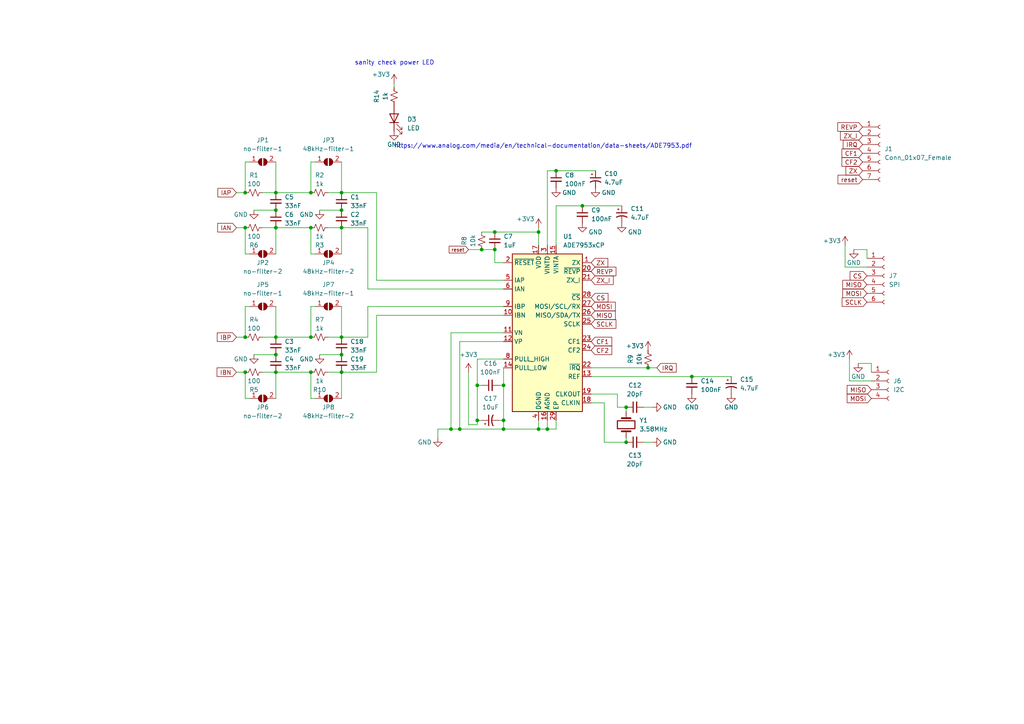
<source format=kicad_sch>
(kicad_sch (version 20211123) (generator eeschema)

  (uuid 74f0fb21-db61-468f-8287-85da0090caa5)

  (paper "A4")

  (lib_symbols
    (symbol "Connector:AudioJack3" (in_bom yes) (on_board yes)
      (property "Reference" "J" (id 0) (at 0 8.89 0)
        (effects (font (size 1.27 1.27)))
      )
      (property "Value" "AudioJack3" (id 1) (at 0 6.35 0)
        (effects (font (size 1.27 1.27)))
      )
      (property "Footprint" "" (id 2) (at 0 0 0)
        (effects (font (size 1.27 1.27)) hide)
      )
      (property "Datasheet" "~" (id 3) (at 0 0 0)
        (effects (font (size 1.27 1.27)) hide)
      )
      (property "ki_keywords" "audio jack receptacle stereo headphones phones TRS connector" (id 4) (at 0 0 0)
        (effects (font (size 1.27 1.27)) hide)
      )
      (property "ki_description" "Audio Jack, 3 Poles (Stereo / TRS)" (id 5) (at 0 0 0)
        (effects (font (size 1.27 1.27)) hide)
      )
      (property "ki_fp_filters" "Jack*" (id 6) (at 0 0 0)
        (effects (font (size 1.27 1.27)) hide)
      )
      (symbol "AudioJack3_0_1"
        (rectangle (start -5.08 -5.08) (end -6.35 -2.54)
          (stroke (width 0.254) (type default) (color 0 0 0 0))
          (fill (type outline))
        )
        (polyline
          (pts
            (xy 0 -2.54)
            (xy 0.635 -3.175)
            (xy 1.27 -2.54)
            (xy 2.54 -2.54)
          )
          (stroke (width 0.254) (type default) (color 0 0 0 0))
          (fill (type none))
        )
        (polyline
          (pts
            (xy -1.905 -2.54)
            (xy -1.27 -3.175)
            (xy -0.635 -2.54)
            (xy -0.635 0)
            (xy 2.54 0)
          )
          (stroke (width 0.254) (type default) (color 0 0 0 0))
          (fill (type none))
        )
        (polyline
          (pts
            (xy 2.54 2.54)
            (xy -2.54 2.54)
            (xy -2.54 -2.54)
            (xy -3.175 -3.175)
            (xy -3.81 -2.54)
          )
          (stroke (width 0.254) (type default) (color 0 0 0 0))
          (fill (type none))
        )
        (rectangle (start 2.54 3.81) (end -5.08 -5.08)
          (stroke (width 0.254) (type default) (color 0 0 0 0))
          (fill (type background))
        )
      )
      (symbol "AudioJack3_1_1"
        (pin passive line (at 5.08 0 180) (length 2.54)
          (name "~" (effects (font (size 1.27 1.27))))
          (number "R" (effects (font (size 1.27 1.27))))
        )
        (pin passive line (at 5.08 2.54 180) (length 2.54)
          (name "~" (effects (font (size 1.27 1.27))))
          (number "S" (effects (font (size 1.27 1.27))))
        )
        (pin passive line (at 5.08 -2.54 180) (length 2.54)
          (name "~" (effects (font (size 1.27 1.27))))
          (number "T" (effects (font (size 1.27 1.27))))
        )
      )
    )
    (symbol "Connector:Conn_01x02_Female" (pin_names (offset 1.016) hide) (in_bom yes) (on_board yes)
      (property "Reference" "J" (id 0) (at 0 2.54 0)
        (effects (font (size 1.27 1.27)))
      )
      (property "Value" "Conn_01x02_Female" (id 1) (at 0 -5.08 0)
        (effects (font (size 1.27 1.27)))
      )
      (property "Footprint" "" (id 2) (at 0 0 0)
        (effects (font (size 1.27 1.27)) hide)
      )
      (property "Datasheet" "~" (id 3) (at 0 0 0)
        (effects (font (size 1.27 1.27)) hide)
      )
      (property "ki_keywords" "connector" (id 4) (at 0 0 0)
        (effects (font (size 1.27 1.27)) hide)
      )
      (property "ki_description" "Generic connector, single row, 01x02, script generated (kicad-library-utils/schlib/autogen/connector/)" (id 5) (at 0 0 0)
        (effects (font (size 1.27 1.27)) hide)
      )
      (property "ki_fp_filters" "Connector*:*_1x??_*" (id 6) (at 0 0 0)
        (effects (font (size 1.27 1.27)) hide)
      )
      (symbol "Conn_01x02_Female_1_1"
        (arc (start 0 -2.032) (mid -0.508 -2.54) (end 0 -3.048)
          (stroke (width 0.1524) (type default) (color 0 0 0 0))
          (fill (type none))
        )
        (polyline
          (pts
            (xy -1.27 -2.54)
            (xy -0.508 -2.54)
          )
          (stroke (width 0.1524) (type default) (color 0 0 0 0))
          (fill (type none))
        )
        (polyline
          (pts
            (xy -1.27 0)
            (xy -0.508 0)
          )
          (stroke (width 0.1524) (type default) (color 0 0 0 0))
          (fill (type none))
        )
        (arc (start 0 0.508) (mid -0.508 0) (end 0 -0.508)
          (stroke (width 0.1524) (type default) (color 0 0 0 0))
          (fill (type none))
        )
        (pin passive line (at -5.08 0 0) (length 3.81)
          (name "Pin_1" (effects (font (size 1.27 1.27))))
          (number "1" (effects (font (size 1.27 1.27))))
        )
        (pin passive line (at -5.08 -2.54 0) (length 3.81)
          (name "Pin_2" (effects (font (size 1.27 1.27))))
          (number "2" (effects (font (size 1.27 1.27))))
        )
      )
    )
    (symbol "Connector:Conn_01x04_Female" (pin_names (offset 1.016) hide) (in_bom yes) (on_board yes)
      (property "Reference" "J" (id 0) (at 0 5.08 0)
        (effects (font (size 1.27 1.27)))
      )
      (property "Value" "Conn_01x04_Female" (id 1) (at 0 -7.62 0)
        (effects (font (size 1.27 1.27)))
      )
      (property "Footprint" "" (id 2) (at 0 0 0)
        (effects (font (size 1.27 1.27)) hide)
      )
      (property "Datasheet" "~" (id 3) (at 0 0 0)
        (effects (font (size 1.27 1.27)) hide)
      )
      (property "ki_keywords" "connector" (id 4) (at 0 0 0)
        (effects (font (size 1.27 1.27)) hide)
      )
      (property "ki_description" "Generic connector, single row, 01x04, script generated (kicad-library-utils/schlib/autogen/connector/)" (id 5) (at 0 0 0)
        (effects (font (size 1.27 1.27)) hide)
      )
      (property "ki_fp_filters" "Connector*:*_1x??_*" (id 6) (at 0 0 0)
        (effects (font (size 1.27 1.27)) hide)
      )
      (symbol "Conn_01x04_Female_1_1"
        (arc (start 0 -4.572) (mid -0.508 -5.08) (end 0 -5.588)
          (stroke (width 0.1524) (type default) (color 0 0 0 0))
          (fill (type none))
        )
        (arc (start 0 -2.032) (mid -0.508 -2.54) (end 0 -3.048)
          (stroke (width 0.1524) (type default) (color 0 0 0 0))
          (fill (type none))
        )
        (polyline
          (pts
            (xy -1.27 -5.08)
            (xy -0.508 -5.08)
          )
          (stroke (width 0.1524) (type default) (color 0 0 0 0))
          (fill (type none))
        )
        (polyline
          (pts
            (xy -1.27 -2.54)
            (xy -0.508 -2.54)
          )
          (stroke (width 0.1524) (type default) (color 0 0 0 0))
          (fill (type none))
        )
        (polyline
          (pts
            (xy -1.27 0)
            (xy -0.508 0)
          )
          (stroke (width 0.1524) (type default) (color 0 0 0 0))
          (fill (type none))
        )
        (polyline
          (pts
            (xy -1.27 2.54)
            (xy -0.508 2.54)
          )
          (stroke (width 0.1524) (type default) (color 0 0 0 0))
          (fill (type none))
        )
        (arc (start 0 0.508) (mid -0.508 0) (end 0 -0.508)
          (stroke (width 0.1524) (type default) (color 0 0 0 0))
          (fill (type none))
        )
        (arc (start 0 3.048) (mid -0.508 2.54) (end 0 2.032)
          (stroke (width 0.1524) (type default) (color 0 0 0 0))
          (fill (type none))
        )
        (pin passive line (at -5.08 2.54 0) (length 3.81)
          (name "Pin_1" (effects (font (size 1.27 1.27))))
          (number "1" (effects (font (size 1.27 1.27))))
        )
        (pin passive line (at -5.08 0 0) (length 3.81)
          (name "Pin_2" (effects (font (size 1.27 1.27))))
          (number "2" (effects (font (size 1.27 1.27))))
        )
        (pin passive line (at -5.08 -2.54 0) (length 3.81)
          (name "Pin_3" (effects (font (size 1.27 1.27))))
          (number "3" (effects (font (size 1.27 1.27))))
        )
        (pin passive line (at -5.08 -5.08 0) (length 3.81)
          (name "Pin_4" (effects (font (size 1.27 1.27))))
          (number "4" (effects (font (size 1.27 1.27))))
        )
      )
    )
    (symbol "Connector:Conn_01x06_Female" (pin_names (offset 1.016) hide) (in_bom yes) (on_board yes)
      (property "Reference" "J" (id 0) (at 0 7.62 0)
        (effects (font (size 1.27 1.27)))
      )
      (property "Value" "Conn_01x06_Female" (id 1) (at 0 -10.16 0)
        (effects (font (size 1.27 1.27)))
      )
      (property "Footprint" "" (id 2) (at 0 0 0)
        (effects (font (size 1.27 1.27)) hide)
      )
      (property "Datasheet" "~" (id 3) (at 0 0 0)
        (effects (font (size 1.27 1.27)) hide)
      )
      (property "ki_keywords" "connector" (id 4) (at 0 0 0)
        (effects (font (size 1.27 1.27)) hide)
      )
      (property "ki_description" "Generic connector, single row, 01x06, script generated (kicad-library-utils/schlib/autogen/connector/)" (id 5) (at 0 0 0)
        (effects (font (size 1.27 1.27)) hide)
      )
      (property "ki_fp_filters" "Connector*:*_1x??_*" (id 6) (at 0 0 0)
        (effects (font (size 1.27 1.27)) hide)
      )
      (symbol "Conn_01x06_Female_1_1"
        (arc (start 0 -7.112) (mid -0.508 -7.62) (end 0 -8.128)
          (stroke (width 0.1524) (type default) (color 0 0 0 0))
          (fill (type none))
        )
        (arc (start 0 -4.572) (mid -0.508 -5.08) (end 0 -5.588)
          (stroke (width 0.1524) (type default) (color 0 0 0 0))
          (fill (type none))
        )
        (arc (start 0 -2.032) (mid -0.508 -2.54) (end 0 -3.048)
          (stroke (width 0.1524) (type default) (color 0 0 0 0))
          (fill (type none))
        )
        (polyline
          (pts
            (xy -1.27 -7.62)
            (xy -0.508 -7.62)
          )
          (stroke (width 0.1524) (type default) (color 0 0 0 0))
          (fill (type none))
        )
        (polyline
          (pts
            (xy -1.27 -5.08)
            (xy -0.508 -5.08)
          )
          (stroke (width 0.1524) (type default) (color 0 0 0 0))
          (fill (type none))
        )
        (polyline
          (pts
            (xy -1.27 -2.54)
            (xy -0.508 -2.54)
          )
          (stroke (width 0.1524) (type default) (color 0 0 0 0))
          (fill (type none))
        )
        (polyline
          (pts
            (xy -1.27 0)
            (xy -0.508 0)
          )
          (stroke (width 0.1524) (type default) (color 0 0 0 0))
          (fill (type none))
        )
        (polyline
          (pts
            (xy -1.27 2.54)
            (xy -0.508 2.54)
          )
          (stroke (width 0.1524) (type default) (color 0 0 0 0))
          (fill (type none))
        )
        (polyline
          (pts
            (xy -1.27 5.08)
            (xy -0.508 5.08)
          )
          (stroke (width 0.1524) (type default) (color 0 0 0 0))
          (fill (type none))
        )
        (arc (start 0 0.508) (mid -0.508 0) (end 0 -0.508)
          (stroke (width 0.1524) (type default) (color 0 0 0 0))
          (fill (type none))
        )
        (arc (start 0 3.048) (mid -0.508 2.54) (end 0 2.032)
          (stroke (width 0.1524) (type default) (color 0 0 0 0))
          (fill (type none))
        )
        (arc (start 0 5.588) (mid -0.508 5.08) (end 0 4.572)
          (stroke (width 0.1524) (type default) (color 0 0 0 0))
          (fill (type none))
        )
        (pin passive line (at -5.08 5.08 0) (length 3.81)
          (name "Pin_1" (effects (font (size 1.27 1.27))))
          (number "1" (effects (font (size 1.27 1.27))))
        )
        (pin passive line (at -5.08 2.54 0) (length 3.81)
          (name "Pin_2" (effects (font (size 1.27 1.27))))
          (number "2" (effects (font (size 1.27 1.27))))
        )
        (pin passive line (at -5.08 0 0) (length 3.81)
          (name "Pin_3" (effects (font (size 1.27 1.27))))
          (number "3" (effects (font (size 1.27 1.27))))
        )
        (pin passive line (at -5.08 -2.54 0) (length 3.81)
          (name "Pin_4" (effects (font (size 1.27 1.27))))
          (number "4" (effects (font (size 1.27 1.27))))
        )
        (pin passive line (at -5.08 -5.08 0) (length 3.81)
          (name "Pin_5" (effects (font (size 1.27 1.27))))
          (number "5" (effects (font (size 1.27 1.27))))
        )
        (pin passive line (at -5.08 -7.62 0) (length 3.81)
          (name "Pin_6" (effects (font (size 1.27 1.27))))
          (number "6" (effects (font (size 1.27 1.27))))
        )
      )
    )
    (symbol "Connector:Conn_01x07_Female" (pin_names (offset 1.016) hide) (in_bom yes) (on_board yes)
      (property "Reference" "J" (id 0) (at 0 10.16 0)
        (effects (font (size 1.27 1.27)))
      )
      (property "Value" "Conn_01x07_Female" (id 1) (at 0 -10.16 0)
        (effects (font (size 1.27 1.27)))
      )
      (property "Footprint" "" (id 2) (at 0 0 0)
        (effects (font (size 1.27 1.27)) hide)
      )
      (property "Datasheet" "~" (id 3) (at 0 0 0)
        (effects (font (size 1.27 1.27)) hide)
      )
      (property "ki_keywords" "connector" (id 4) (at 0 0 0)
        (effects (font (size 1.27 1.27)) hide)
      )
      (property "ki_description" "Generic connector, single row, 01x07, script generated (kicad-library-utils/schlib/autogen/connector/)" (id 5) (at 0 0 0)
        (effects (font (size 1.27 1.27)) hide)
      )
      (property "ki_fp_filters" "Connector*:*_1x??_*" (id 6) (at 0 0 0)
        (effects (font (size 1.27 1.27)) hide)
      )
      (symbol "Conn_01x07_Female_1_1"
        (arc (start 0 -7.112) (mid -0.508 -7.62) (end 0 -8.128)
          (stroke (width 0.1524) (type default) (color 0 0 0 0))
          (fill (type none))
        )
        (arc (start 0 -4.572) (mid -0.508 -5.08) (end 0 -5.588)
          (stroke (width 0.1524) (type default) (color 0 0 0 0))
          (fill (type none))
        )
        (arc (start 0 -2.032) (mid -0.508 -2.54) (end 0 -3.048)
          (stroke (width 0.1524) (type default) (color 0 0 0 0))
          (fill (type none))
        )
        (polyline
          (pts
            (xy -1.27 -7.62)
            (xy -0.508 -7.62)
          )
          (stroke (width 0.1524) (type default) (color 0 0 0 0))
          (fill (type none))
        )
        (polyline
          (pts
            (xy -1.27 -5.08)
            (xy -0.508 -5.08)
          )
          (stroke (width 0.1524) (type default) (color 0 0 0 0))
          (fill (type none))
        )
        (polyline
          (pts
            (xy -1.27 -2.54)
            (xy -0.508 -2.54)
          )
          (stroke (width 0.1524) (type default) (color 0 0 0 0))
          (fill (type none))
        )
        (polyline
          (pts
            (xy -1.27 0)
            (xy -0.508 0)
          )
          (stroke (width 0.1524) (type default) (color 0 0 0 0))
          (fill (type none))
        )
        (polyline
          (pts
            (xy -1.27 2.54)
            (xy -0.508 2.54)
          )
          (stroke (width 0.1524) (type default) (color 0 0 0 0))
          (fill (type none))
        )
        (polyline
          (pts
            (xy -1.27 5.08)
            (xy -0.508 5.08)
          )
          (stroke (width 0.1524) (type default) (color 0 0 0 0))
          (fill (type none))
        )
        (polyline
          (pts
            (xy -1.27 7.62)
            (xy -0.508 7.62)
          )
          (stroke (width 0.1524) (type default) (color 0 0 0 0))
          (fill (type none))
        )
        (arc (start 0 0.508) (mid -0.508 0) (end 0 -0.508)
          (stroke (width 0.1524) (type default) (color 0 0 0 0))
          (fill (type none))
        )
        (arc (start 0 3.048) (mid -0.508 2.54) (end 0 2.032)
          (stroke (width 0.1524) (type default) (color 0 0 0 0))
          (fill (type none))
        )
        (arc (start 0 5.588) (mid -0.508 5.08) (end 0 4.572)
          (stroke (width 0.1524) (type default) (color 0 0 0 0))
          (fill (type none))
        )
        (arc (start 0 8.128) (mid -0.508 7.62) (end 0 7.112)
          (stroke (width 0.1524) (type default) (color 0 0 0 0))
          (fill (type none))
        )
        (pin passive line (at -5.08 7.62 0) (length 3.81)
          (name "Pin_1" (effects (font (size 1.27 1.27))))
          (number "1" (effects (font (size 1.27 1.27))))
        )
        (pin passive line (at -5.08 5.08 0) (length 3.81)
          (name "Pin_2" (effects (font (size 1.27 1.27))))
          (number "2" (effects (font (size 1.27 1.27))))
        )
        (pin passive line (at -5.08 2.54 0) (length 3.81)
          (name "Pin_3" (effects (font (size 1.27 1.27))))
          (number "3" (effects (font (size 1.27 1.27))))
        )
        (pin passive line (at -5.08 0 0) (length 3.81)
          (name "Pin_4" (effects (font (size 1.27 1.27))))
          (number "4" (effects (font (size 1.27 1.27))))
        )
        (pin passive line (at -5.08 -2.54 0) (length 3.81)
          (name "Pin_5" (effects (font (size 1.27 1.27))))
          (number "5" (effects (font (size 1.27 1.27))))
        )
        (pin passive line (at -5.08 -5.08 0) (length 3.81)
          (name "Pin_6" (effects (font (size 1.27 1.27))))
          (number "6" (effects (font (size 1.27 1.27))))
        )
        (pin passive line (at -5.08 -7.62 0) (length 3.81)
          (name "Pin_7" (effects (font (size 1.27 1.27))))
          (number "7" (effects (font (size 1.27 1.27))))
        )
      )
    )
    (symbol "Device:C_Polarized_Small_US" (pin_numbers hide) (pin_names (offset 0.254) hide) (in_bom yes) (on_board yes)
      (property "Reference" "C" (id 0) (at 0.254 1.778 0)
        (effects (font (size 1.27 1.27)) (justify left))
      )
      (property "Value" "C_Polarized_Small_US" (id 1) (at 0.254 -2.032 0)
        (effects (font (size 1.27 1.27)) (justify left))
      )
      (property "Footprint" "" (id 2) (at 0 0 0)
        (effects (font (size 1.27 1.27)) hide)
      )
      (property "Datasheet" "~" (id 3) (at 0 0 0)
        (effects (font (size 1.27 1.27)) hide)
      )
      (property "ki_keywords" "cap capacitor" (id 4) (at 0 0 0)
        (effects (font (size 1.27 1.27)) hide)
      )
      (property "ki_description" "Polarized capacitor, small US symbol" (id 5) (at 0 0 0)
        (effects (font (size 1.27 1.27)) hide)
      )
      (property "ki_fp_filters" "CP_*" (id 6) (at 0 0 0)
        (effects (font (size 1.27 1.27)) hide)
      )
      (symbol "C_Polarized_Small_US_0_1"
        (polyline
          (pts
            (xy -1.524 0.508)
            (xy 1.524 0.508)
          )
          (stroke (width 0.3048) (type default) (color 0 0 0 0))
          (fill (type none))
        )
        (polyline
          (pts
            (xy -1.27 1.524)
            (xy -0.762 1.524)
          )
          (stroke (width 0) (type default) (color 0 0 0 0))
          (fill (type none))
        )
        (polyline
          (pts
            (xy -1.016 1.27)
            (xy -1.016 1.778)
          )
          (stroke (width 0) (type default) (color 0 0 0 0))
          (fill (type none))
        )
        (arc (start 1.524 -0.762) (mid 0 -0.3734) (end -1.524 -0.762)
          (stroke (width 0.3048) (type default) (color 0 0 0 0))
          (fill (type none))
        )
      )
      (symbol "C_Polarized_Small_US_1_1"
        (pin passive line (at 0 2.54 270) (length 2.032)
          (name "~" (effects (font (size 1.27 1.27))))
          (number "1" (effects (font (size 1.27 1.27))))
        )
        (pin passive line (at 0 -2.54 90) (length 2.032)
          (name "~" (effects (font (size 1.27 1.27))))
          (number "2" (effects (font (size 1.27 1.27))))
        )
      )
    )
    (symbol "Device:C_Small" (pin_numbers hide) (pin_names (offset 0.254) hide) (in_bom yes) (on_board yes)
      (property "Reference" "C" (id 0) (at 0.254 1.778 0)
        (effects (font (size 1.27 1.27)) (justify left))
      )
      (property "Value" "C_Small" (id 1) (at 0.254 -2.032 0)
        (effects (font (size 1.27 1.27)) (justify left))
      )
      (property "Footprint" "" (id 2) (at 0 0 0)
        (effects (font (size 1.27 1.27)) hide)
      )
      (property "Datasheet" "~" (id 3) (at 0 0 0)
        (effects (font (size 1.27 1.27)) hide)
      )
      (property "ki_keywords" "capacitor cap" (id 4) (at 0 0 0)
        (effects (font (size 1.27 1.27)) hide)
      )
      (property "ki_description" "Unpolarized capacitor, small symbol" (id 5) (at 0 0 0)
        (effects (font (size 1.27 1.27)) hide)
      )
      (property "ki_fp_filters" "C_*" (id 6) (at 0 0 0)
        (effects (font (size 1.27 1.27)) hide)
      )
      (symbol "C_Small_0_1"
        (polyline
          (pts
            (xy -1.524 -0.508)
            (xy 1.524 -0.508)
          )
          (stroke (width 0.3302) (type default) (color 0 0 0 0))
          (fill (type none))
        )
        (polyline
          (pts
            (xy -1.524 0.508)
            (xy 1.524 0.508)
          )
          (stroke (width 0.3048) (type default) (color 0 0 0 0))
          (fill (type none))
        )
      )
      (symbol "C_Small_1_1"
        (pin passive line (at 0 2.54 270) (length 2.032)
          (name "~" (effects (font (size 1.27 1.27))))
          (number "1" (effects (font (size 1.27 1.27))))
        )
        (pin passive line (at 0 -2.54 90) (length 2.032)
          (name "~" (effects (font (size 1.27 1.27))))
          (number "2" (effects (font (size 1.27 1.27))))
        )
      )
    )
    (symbol "Device:Crystal" (pin_numbers hide) (pin_names (offset 1.016) hide) (in_bom yes) (on_board yes)
      (property "Reference" "Y" (id 0) (at 0 3.81 0)
        (effects (font (size 1.27 1.27)))
      )
      (property "Value" "Crystal" (id 1) (at 0 -3.81 0)
        (effects (font (size 1.27 1.27)))
      )
      (property "Footprint" "" (id 2) (at 0 0 0)
        (effects (font (size 1.27 1.27)) hide)
      )
      (property "Datasheet" "~" (id 3) (at 0 0 0)
        (effects (font (size 1.27 1.27)) hide)
      )
      (property "ki_keywords" "quartz ceramic resonator oscillator" (id 4) (at 0 0 0)
        (effects (font (size 1.27 1.27)) hide)
      )
      (property "ki_description" "Two pin crystal" (id 5) (at 0 0 0)
        (effects (font (size 1.27 1.27)) hide)
      )
      (property "ki_fp_filters" "Crystal*" (id 6) (at 0 0 0)
        (effects (font (size 1.27 1.27)) hide)
      )
      (symbol "Crystal_0_1"
        (rectangle (start -1.143 2.54) (end 1.143 -2.54)
          (stroke (width 0.3048) (type default) (color 0 0 0 0))
          (fill (type none))
        )
        (polyline
          (pts
            (xy -2.54 0)
            (xy -1.905 0)
          )
          (stroke (width 0) (type default) (color 0 0 0 0))
          (fill (type none))
        )
        (polyline
          (pts
            (xy -1.905 -1.27)
            (xy -1.905 1.27)
          )
          (stroke (width 0.508) (type default) (color 0 0 0 0))
          (fill (type none))
        )
        (polyline
          (pts
            (xy 1.905 -1.27)
            (xy 1.905 1.27)
          )
          (stroke (width 0.508) (type default) (color 0 0 0 0))
          (fill (type none))
        )
        (polyline
          (pts
            (xy 2.54 0)
            (xy 1.905 0)
          )
          (stroke (width 0) (type default) (color 0 0 0 0))
          (fill (type none))
        )
      )
      (symbol "Crystal_1_1"
        (pin passive line (at -3.81 0 0) (length 1.27)
          (name "1" (effects (font (size 1.27 1.27))))
          (number "1" (effects (font (size 1.27 1.27))))
        )
        (pin passive line (at 3.81 0 180) (length 1.27)
          (name "2" (effects (font (size 1.27 1.27))))
          (number "2" (effects (font (size 1.27 1.27))))
        )
      )
    )
    (symbol "Device:LED" (pin_numbers hide) (pin_names (offset 1.016) hide) (in_bom yes) (on_board yes)
      (property "Reference" "D" (id 0) (at 0 2.54 0)
        (effects (font (size 1.27 1.27)))
      )
      (property "Value" "LED" (id 1) (at 0 -2.54 0)
        (effects (font (size 1.27 1.27)))
      )
      (property "Footprint" "" (id 2) (at 0 0 0)
        (effects (font (size 1.27 1.27)) hide)
      )
      (property "Datasheet" "~" (id 3) (at 0 0 0)
        (effects (font (size 1.27 1.27)) hide)
      )
      (property "ki_keywords" "LED diode" (id 4) (at 0 0 0)
        (effects (font (size 1.27 1.27)) hide)
      )
      (property "ki_description" "Light emitting diode" (id 5) (at 0 0 0)
        (effects (font (size 1.27 1.27)) hide)
      )
      (property "ki_fp_filters" "LED* LED_SMD:* LED_THT:*" (id 6) (at 0 0 0)
        (effects (font (size 1.27 1.27)) hide)
      )
      (symbol "LED_0_1"
        (polyline
          (pts
            (xy -1.27 -1.27)
            (xy -1.27 1.27)
          )
          (stroke (width 0.254) (type default) (color 0 0 0 0))
          (fill (type none))
        )
        (polyline
          (pts
            (xy -1.27 0)
            (xy 1.27 0)
          )
          (stroke (width 0) (type default) (color 0 0 0 0))
          (fill (type none))
        )
        (polyline
          (pts
            (xy 1.27 -1.27)
            (xy 1.27 1.27)
            (xy -1.27 0)
            (xy 1.27 -1.27)
          )
          (stroke (width 0.254) (type default) (color 0 0 0 0))
          (fill (type none))
        )
        (polyline
          (pts
            (xy -3.048 -0.762)
            (xy -4.572 -2.286)
            (xy -3.81 -2.286)
            (xy -4.572 -2.286)
            (xy -4.572 -1.524)
          )
          (stroke (width 0) (type default) (color 0 0 0 0))
          (fill (type none))
        )
        (polyline
          (pts
            (xy -1.778 -0.762)
            (xy -3.302 -2.286)
            (xy -2.54 -2.286)
            (xy -3.302 -2.286)
            (xy -3.302 -1.524)
          )
          (stroke (width 0) (type default) (color 0 0 0 0))
          (fill (type none))
        )
      )
      (symbol "LED_1_1"
        (pin passive line (at -3.81 0 0) (length 2.54)
          (name "K" (effects (font (size 1.27 1.27))))
          (number "1" (effects (font (size 1.27 1.27))))
        )
        (pin passive line (at 3.81 0 180) (length 2.54)
          (name "A" (effects (font (size 1.27 1.27))))
          (number "2" (effects (font (size 1.27 1.27))))
        )
      )
    )
    (symbol "Device:R_Small_US" (pin_numbers hide) (pin_names (offset 0.254) hide) (in_bom yes) (on_board yes)
      (property "Reference" "R" (id 0) (at 0.762 0.508 0)
        (effects (font (size 1.27 1.27)) (justify left))
      )
      (property "Value" "R_Small_US" (id 1) (at 0.762 -1.016 0)
        (effects (font (size 1.27 1.27)) (justify left))
      )
      (property "Footprint" "" (id 2) (at 0 0 0)
        (effects (font (size 1.27 1.27)) hide)
      )
      (property "Datasheet" "~" (id 3) (at 0 0 0)
        (effects (font (size 1.27 1.27)) hide)
      )
      (property "ki_keywords" "r resistor" (id 4) (at 0 0 0)
        (effects (font (size 1.27 1.27)) hide)
      )
      (property "ki_description" "Resistor, small US symbol" (id 5) (at 0 0 0)
        (effects (font (size 1.27 1.27)) hide)
      )
      (property "ki_fp_filters" "R_*" (id 6) (at 0 0 0)
        (effects (font (size 1.27 1.27)) hide)
      )
      (symbol "R_Small_US_1_1"
        (polyline
          (pts
            (xy 0 0)
            (xy 1.016 -0.381)
            (xy 0 -0.762)
            (xy -1.016 -1.143)
            (xy 0 -1.524)
          )
          (stroke (width 0) (type default) (color 0 0 0 0))
          (fill (type none))
        )
        (polyline
          (pts
            (xy 0 1.524)
            (xy 1.016 1.143)
            (xy 0 0.762)
            (xy -1.016 0.381)
            (xy 0 0)
          )
          (stroke (width 0) (type default) (color 0 0 0 0))
          (fill (type none))
        )
        (pin passive line (at 0 2.54 270) (length 1.016)
          (name "~" (effects (font (size 1.27 1.27))))
          (number "1" (effects (font (size 1.27 1.27))))
        )
        (pin passive line (at 0 -2.54 90) (length 1.016)
          (name "~" (effects (font (size 1.27 1.27))))
          (number "2" (effects (font (size 1.27 1.27))))
        )
      )
    )
    (symbol "Jumper:SolderJumper_2_Open" (pin_names (offset 0) hide) (in_bom yes) (on_board yes)
      (property "Reference" "JP" (id 0) (at 0 2.032 0)
        (effects (font (size 1.27 1.27)))
      )
      (property "Value" "SolderJumper_2_Open" (id 1) (at 0 -2.54 0)
        (effects (font (size 1.27 1.27)))
      )
      (property "Footprint" "" (id 2) (at 0 0 0)
        (effects (font (size 1.27 1.27)) hide)
      )
      (property "Datasheet" "~" (id 3) (at 0 0 0)
        (effects (font (size 1.27 1.27)) hide)
      )
      (property "ki_keywords" "solder jumper SPST" (id 4) (at 0 0 0)
        (effects (font (size 1.27 1.27)) hide)
      )
      (property "ki_description" "Solder Jumper, 2-pole, open" (id 5) (at 0 0 0)
        (effects (font (size 1.27 1.27)) hide)
      )
      (property "ki_fp_filters" "SolderJumper*Open*" (id 6) (at 0 0 0)
        (effects (font (size 1.27 1.27)) hide)
      )
      (symbol "SolderJumper_2_Open_0_1"
        (arc (start -0.254 1.016) (mid -1.27 0) (end -0.254 -1.016)
          (stroke (width 0) (type default) (color 0 0 0 0))
          (fill (type none))
        )
        (arc (start -0.254 1.016) (mid -1.27 0) (end -0.254 -1.016)
          (stroke (width 0) (type default) (color 0 0 0 0))
          (fill (type outline))
        )
        (polyline
          (pts
            (xy -0.254 1.016)
            (xy -0.254 -1.016)
          )
          (stroke (width 0) (type default) (color 0 0 0 0))
          (fill (type none))
        )
        (polyline
          (pts
            (xy 0.254 1.016)
            (xy 0.254 -1.016)
          )
          (stroke (width 0) (type default) (color 0 0 0 0))
          (fill (type none))
        )
        (arc (start 0.254 -1.016) (mid 1.27 0) (end 0.254 1.016)
          (stroke (width 0) (type default) (color 0 0 0 0))
          (fill (type none))
        )
        (arc (start 0.254 -1.016) (mid 1.27 0) (end 0.254 1.016)
          (stroke (width 0) (type default) (color 0 0 0 0))
          (fill (type outline))
        )
      )
      (symbol "SolderJumper_2_Open_1_1"
        (pin passive line (at -3.81 0 0) (length 2.54)
          (name "A" (effects (font (size 1.27 1.27))))
          (number "1" (effects (font (size 1.27 1.27))))
        )
        (pin passive line (at 3.81 0 180) (length 2.54)
          (name "B" (effects (font (size 1.27 1.27))))
          (number "2" (effects (font (size 1.27 1.27))))
        )
      )
    )
    (symbol "Sensor:ADE7953xCP" (in_bom yes) (on_board yes)
      (property "Reference" "U1" (id 0) (at 4.5594 27.94 0)
        (effects (font (size 1.27 1.27)) (justify left))
      )
      (property "Value" "ADE7953xCP" (id 1) (at 4.5594 25.4 0)
        (effects (font (size 1.27 1.27)) (justify left))
      )
      (property "Footprint" "Package_CSP:LFCSP-28-1EP_5x5mm_P0.5mm_EP3.14x3.14mm" (id 2) (at 6.35 -29.21 0)
        (effects (font (size 1.27 1.27)) (justify left) hide)
      )
      (property "Datasheet" "https://www.analog.com/media/en/technical-documentation/data-sheets/ADE7953.pdf" (id 3) (at 7.62 27.94 0)
        (effects (font (size 1.27 1.27)) hide)
      )
      (property "ki_keywords" "Energy Metering" (id 4) (at 0 0 0)
        (effects (font (size 1.27 1.27)) hide)
      )
      (property "ki_description" "Single Phase Multifunction Energy Metering with Neutral Current Measurement, LFCSP-28" (id 5) (at 0 0 0)
        (effects (font (size 1.27 1.27)) hide)
      )
      (property "ki_fp_filters" "LFCSP*1EP*5x5mm*P0.5mm*" (id 6) (at 0 0 0)
        (effects (font (size 1.27 1.27)) hide)
      )
      (symbol "ADE7953xCP_0_1"
        (rectangle (start 10.16 -22.86) (end -10.16 22.86)
          (stroke (width 0.254) (type default) (color 0 0 0 0))
          (fill (type background))
        )
      )
      (symbol "ADE7953xCP_1_1"
        (pin output line (at 12.7 20.32 180) (length 2.54)
          (name "ZX" (effects (font (size 1.27 1.27))))
          (number "1" (effects (font (size 1.27 1.27))))
        )
        (pin input line (at -12.7 5.08 0) (length 2.54)
          (name "IBN" (effects (font (size 1.27 1.27))))
          (number "10" (effects (font (size 1.27 1.27))))
        )
        (pin input line (at -12.7 0 0) (length 2.54)
          (name "VN" (effects (font (size 1.27 1.27))))
          (number "11" (effects (font (size 1.27 1.27))))
        )
        (pin input line (at -12.7 -2.54 0) (length 2.54)
          (name "VP" (effects (font (size 1.27 1.27))))
          (number "12" (effects (font (size 1.27 1.27))))
        )
        (pin input line (at 12.7 -12.7 180) (length 2.54)
          (name "REF" (effects (font (size 1.27 1.27))))
          (number "13" (effects (font (size 1.27 1.27))))
        )
        (pin input line (at -12.7 -10.16 0) (length 2.54)
          (name "PULL_LOW" (effects (font (size 1.27 1.27))))
          (number "14" (effects (font (size 1.27 1.27))))
        )
        (pin power_out line (at 2.54 25.4 270) (length 2.54)
          (name "VINTA" (effects (font (size 1.27 1.27))))
          (number "15" (effects (font (size 1.27 1.27))))
        )
        (pin power_in line (at 0 -25.4 90) (length 2.54)
          (name "AGND" (effects (font (size 1.27 1.27))))
          (number "16" (effects (font (size 1.27 1.27))))
        )
        (pin power_in line (at -2.54 25.4 270) (length 2.54)
          (name "VDD" (effects (font (size 1.27 1.27))))
          (number "17" (effects (font (size 1.27 1.27))))
        )
        (pin input line (at 12.7 -20.32 180) (length 2.54)
          (name "CLKIN" (effects (font (size 1.27 1.27))))
          (number "18" (effects (font (size 1.27 1.27))))
        )
        (pin output line (at 12.7 -17.78 180) (length 2.54)
          (name "CLKOUT" (effects (font (size 1.27 1.27))))
          (number "19" (effects (font (size 1.27 1.27))))
        )
        (pin input line (at -12.7 20.32 0) (length 2.54)
          (name "~{RESET}" (effects (font (size 1.27 1.27))))
          (number "2" (effects (font (size 1.27 1.27))))
        )
        (pin output line (at 12.7 17.78 180) (length 2.54)
          (name "~{REVP}" (effects (font (size 1.27 1.27))))
          (number "20" (effects (font (size 1.27 1.27))))
        )
        (pin output line (at 12.7 15.24 180) (length 2.54)
          (name "ZX_I" (effects (font (size 1.27 1.27))))
          (number "21" (effects (font (size 1.27 1.27))))
        )
        (pin open_collector line (at 12.7 -10.16 180) (length 2.54)
          (name "~{IRQ}" (effects (font (size 1.27 1.27))))
          (number "22" (effects (font (size 1.27 1.27))))
        )
        (pin output line (at 12.7 -2.54 180) (length 2.54)
          (name "CF1" (effects (font (size 1.27 1.27))))
          (number "23" (effects (font (size 1.27 1.27))))
        )
        (pin output line (at 12.7 -5.08 180) (length 2.54)
          (name "CF2" (effects (font (size 1.27 1.27))))
          (number "24" (effects (font (size 1.27 1.27))))
        )
        (pin input line (at 12.7 2.54 180) (length 2.54)
          (name "SCLK" (effects (font (size 1.27 1.27))))
          (number "25" (effects (font (size 1.27 1.27))))
        )
        (pin bidirectional line (at 12.7 5.08 180) (length 2.54)
          (name "MISO/SDA/TX" (effects (font (size 1.27 1.27))))
          (number "26" (effects (font (size 1.27 1.27))))
        )
        (pin input line (at 12.7 7.62 180) (length 2.54)
          (name "MOSI/SCL/RX" (effects (font (size 1.27 1.27))))
          (number "27" (effects (font (size 1.27 1.27))))
        )
        (pin input line (at 12.7 10.16 180) (length 2.54)
          (name "~{CS}" (effects (font (size 1.27 1.27))))
          (number "28" (effects (font (size 1.27 1.27))))
        )
        (pin passive line (at 2.54 -25.4 90) (length 2.54)
          (name "EP" (effects (font (size 1.27 1.27))))
          (number "29" (effects (font (size 1.27 1.27))))
        )
        (pin power_out line (at 0 25.4 270) (length 2.54)
          (name "VINTD" (effects (font (size 1.27 1.27))))
          (number "3" (effects (font (size 1.27 1.27))))
        )
        (pin power_in line (at -2.54 -25.4 90) (length 2.54)
          (name "DGND" (effects (font (size 1.27 1.27))))
          (number "4" (effects (font (size 1.27 1.27))))
        )
        (pin input line (at -12.7 15.24 0) (length 2.54)
          (name "IAP" (effects (font (size 1.27 1.27))))
          (number "5" (effects (font (size 1.27 1.27))))
        )
        (pin input line (at -12.7 12.7 0) (length 2.54)
          (name "IAN" (effects (font (size 1.27 1.27))))
          (number "6" (effects (font (size 1.27 1.27))))
        )
        (pin input line (at -12.7 -7.62 0) (length 2.54) hide
          (name "PULL_HIGH" (effects (font (size 1.27 1.27))))
          (number "7" (effects (font (size 1.27 1.27))))
        )
        (pin input line (at -12.7 -7.62 0) (length 2.54)
          (name "PULL_HIGH" (effects (font (size 1.27 1.27))))
          (number "8" (effects (font (size 1.27 1.27))))
        )
        (pin input line (at -12.7 7.62 0) (length 2.54)
          (name "IBP" (effects (font (size 1.27 1.27))))
          (number "9" (effects (font (size 1.27 1.27))))
        )
      )
    )
    (symbol "power:+3.3V" (power) (pin_names (offset 0)) (in_bom yes) (on_board yes)
      (property "Reference" "#PWR" (id 0) (at 0 -3.81 0)
        (effects (font (size 1.27 1.27)) hide)
      )
      (property "Value" "+3.3V" (id 1) (at 0 3.556 0)
        (effects (font (size 1.27 1.27)))
      )
      (property "Footprint" "" (id 2) (at 0 0 0)
        (effects (font (size 1.27 1.27)) hide)
      )
      (property "Datasheet" "" (id 3) (at 0 0 0)
        (effects (font (size 1.27 1.27)) hide)
      )
      (property "ki_keywords" "power-flag" (id 4) (at 0 0 0)
        (effects (font (size 1.27 1.27)) hide)
      )
      (property "ki_description" "Power symbol creates a global label with name \"+3.3V\"" (id 5) (at 0 0 0)
        (effects (font (size 1.27 1.27)) hide)
      )
      (symbol "+3.3V_0_1"
        (polyline
          (pts
            (xy -0.762 1.27)
            (xy 0 2.54)
          )
          (stroke (width 0) (type default) (color 0 0 0 0))
          (fill (type none))
        )
        (polyline
          (pts
            (xy 0 0)
            (xy 0 2.54)
          )
          (stroke (width 0) (type default) (color 0 0 0 0))
          (fill (type none))
        )
        (polyline
          (pts
            (xy 0 2.54)
            (xy 0.762 1.27)
          )
          (stroke (width 0) (type default) (color 0 0 0 0))
          (fill (type none))
        )
      )
      (symbol "+3.3V_1_1"
        (pin power_in line (at 0 0 90) (length 0) hide
          (name "+3V3" (effects (font (size 1.27 1.27))))
          (number "1" (effects (font (size 1.27 1.27))))
        )
      )
    )
    (symbol "power:GND" (power) (pin_names (offset 0)) (in_bom yes) (on_board yes)
      (property "Reference" "#PWR" (id 0) (at 0 -6.35 0)
        (effects (font (size 1.27 1.27)) hide)
      )
      (property "Value" "GND" (id 1) (at 0 -3.81 0)
        (effects (font (size 1.27 1.27)))
      )
      (property "Footprint" "" (id 2) (at 0 0 0)
        (effects (font (size 1.27 1.27)) hide)
      )
      (property "Datasheet" "" (id 3) (at 0 0 0)
        (effects (font (size 1.27 1.27)) hide)
      )
      (property "ki_keywords" "power-flag" (id 4) (at 0 0 0)
        (effects (font (size 1.27 1.27)) hide)
      )
      (property "ki_description" "Power symbol creates a global label with name \"GND\" , ground" (id 5) (at 0 0 0)
        (effects (font (size 1.27 1.27)) hide)
      )
      (symbol "GND_0_1"
        (polyline
          (pts
            (xy 0 0)
            (xy 0 -1.27)
            (xy 1.27 -1.27)
            (xy 0 -2.54)
            (xy -1.27 -1.27)
            (xy 0 -1.27)
          )
          (stroke (width 0) (type default) (color 0 0 0 0))
          (fill (type none))
        )
      )
      (symbol "GND_1_1"
        (pin power_in line (at 0 0 270) (length 0) hide
          (name "GND" (effects (font (size 1.27 1.27))))
          (number "1" (effects (font (size 1.27 1.27))))
        )
      )
    )
  )


  (junction (at 71.12 107.95) (diameter 0) (color 0 0 0 0)
    (uuid 03c40e85-3e06-4e80-84b4-7b9ef3debd4f)
  )
  (junction (at 130.81 124.46) (diameter 0) (color 0 0 0 0)
    (uuid 048d120a-86da-40b5-a26f-21095f7e0f30)
  )
  (junction (at 99.06 107.95) (diameter 0) (color 0 0 0 0)
    (uuid 0c8a30ff-255f-4a26-8c43-c06fd3d99e12)
  )
  (junction (at 146.05 124.46) (diameter 0) (color 0 0 0 0)
    (uuid 13e2afb2-a264-4217-abb8-37a88d68f94d)
  )
  (junction (at 156.21 67.31) (diameter 0) (color 0 0 0 0)
    (uuid 14d57700-9545-484a-8a86-a1e2c295a75f)
  )
  (junction (at 187.96 106.68) (diameter 0) (color 0 0 0 0)
    (uuid 158d903b-cee2-4cd6-b320-bd39102bdc89)
  )
  (junction (at 80.01 107.95) (diameter 0) (color 0 0 0 0)
    (uuid 1c6d7359-7b59-4f2b-9aff-66535d8d5843)
  )
  (junction (at 138.43 121.92) (diameter 0) (color 0 0 0 0)
    (uuid 28f7121f-1f40-4a39-b734-764f3e598a93)
  )
  (junction (at 158.75 124.46) (diameter 0) (color 0 0 0 0)
    (uuid 29e8fce9-7968-4fa4-9276-6733bccbb5b2)
  )
  (junction (at 80.01 55.88) (diameter 0) (color 0 0 0 0)
    (uuid 2ab61749-c4ad-415b-8813-c50fa40e119f)
  )
  (junction (at 99.06 102.87) (diameter 0) (color 0 0 0 0)
    (uuid 2ae3c041-6a3f-4cfe-b8cd-80d652dfd817)
  )
  (junction (at 71.12 97.79) (diameter 0) (color 0 0 0 0)
    (uuid 37ad3b0a-3eb3-497f-a60e-803c16bed25e)
  )
  (junction (at 139.7 72.39) (diameter 0) (color 0 0 0 0)
    (uuid 41404457-929b-4ca9-8ce0-82655a601357)
  )
  (junction (at 80.01 60.96) (diameter 0) (color 0 0 0 0)
    (uuid 463882b0-b2ae-403c-b3d6-6436f0a5d141)
  )
  (junction (at 200.66 109.22) (diameter 0) (color 0 0 0 0)
    (uuid 4b15e049-de3d-48c0-93d2-e4a06929a2b0)
  )
  (junction (at 161.29 49.53) (diameter 0) (color 0 0 0 0)
    (uuid 4dfa23b7-428c-452b-99c7-0c72f87fb091)
  )
  (junction (at 156.21 124.46) (diameter 0) (color 0 0 0 0)
    (uuid 525c0894-a0d6-4605-94cc-135bff2dc4ea)
  )
  (junction (at 143.51 72.39) (diameter 0) (color 0 0 0 0)
    (uuid 5d5647e8-13f2-4f13-b240-cfe81de6235f)
  )
  (junction (at 146.05 121.92) (diameter 0) (color 0 0 0 0)
    (uuid 6d06add7-9b32-4e77-9771-3b1564026d6f)
  )
  (junction (at 99.06 66.04) (diameter 0) (color 0 0 0 0)
    (uuid 851f7401-36b5-4e6d-8b29-0690b23120c0)
  )
  (junction (at 71.12 55.88) (diameter 0) (color 0 0 0 0)
    (uuid 874ce63e-876e-4d29-a239-decdeac096e7)
  )
  (junction (at 138.43 111.76) (diameter 0) (color 0 0 0 0)
    (uuid 8b4261df-cad3-4a93-8dd9-789e26b82853)
  )
  (junction (at 71.12 66.04) (diameter 0) (color 0 0 0 0)
    (uuid 8c26d29e-aa75-4f74-8b32-b921966d76b1)
  )
  (junction (at 146.05 111.76) (diameter 0) (color 0 0 0 0)
    (uuid 8d2b6027-6865-4282-a7d0-6fb0a3860d70)
  )
  (junction (at 80.01 97.79) (diameter 0) (color 0 0 0 0)
    (uuid 9e570398-8e6f-4810-8f27-ee37d9c96506)
  )
  (junction (at 80.01 66.04) (diameter 0) (color 0 0 0 0)
    (uuid a28e777e-7948-4264-a367-6a4b378e3340)
  )
  (junction (at 168.91 59.69) (diameter 0) (color 0 0 0 0)
    (uuid a46fd204-2117-49b6-8707-76d68d5754e0)
  )
  (junction (at 143.51 67.31) (diameter 0) (color 0 0 0 0)
    (uuid b1f2ecce-7ab0-44ed-9cec-3e895e69e32b)
  )
  (junction (at 90.17 66.04) (diameter 0) (color 0 0 0 0)
    (uuid b38ad232-1e09-45d1-a40e-582432f638d3)
  )
  (junction (at 90.17 97.79) (diameter 0) (color 0 0 0 0)
    (uuid bfe14682-3526-4875-b63b-570410429246)
  )
  (junction (at 90.17 107.95) (diameter 0) (color 0 0 0 0)
    (uuid c771934b-135c-4e51-b07b-42268378dbbe)
  )
  (junction (at 99.06 97.79) (diameter 0) (color 0 0 0 0)
    (uuid ca8d0fcc-6ae4-49d4-9b6f-7cec7b969bbd)
  )
  (junction (at 80.01 102.87) (diameter 0) (color 0 0 0 0)
    (uuid d53c14aa-6601-4563-95d4-ed983721feaa)
  )
  (junction (at 99.06 55.88) (diameter 0) (color 0 0 0 0)
    (uuid d828954b-031c-43b4-928d-88d37053e669)
  )
  (junction (at 90.17 55.88) (diameter 0) (color 0 0 0 0)
    (uuid dd76fd7e-583e-4946-87c4-6195ee4cdcef)
  )
  (junction (at 181.61 118.11) (diameter 0) (color 0 0 0 0)
    (uuid e12f5cc8-a394-4c13-862b-2b44e7bd83fa)
  )
  (junction (at 99.06 60.96) (diameter 0) (color 0 0 0 0)
    (uuid e2bb62fd-318d-4abb-ae59-0e369d62677b)
  )
  (junction (at 181.61 128.27) (diameter 0) (color 0 0 0 0)
    (uuid e4e82abd-2c13-430d-8e05-b822ccbb35db)
  )
  (junction (at 133.35 124.46) (diameter 0) (color 0 0 0 0)
    (uuid f4e55872-66c6-46dd-a03c-42e3a8ce4b7c)
  )

  (wire (pts (xy 248.92 105.41) (xy 252.73 105.41))
    (stroke (width 0) (type default) (color 0 0 0 0))
    (uuid 003148b1-50c0-41f2-81cc-504dbdaf3885)
  )
  (wire (pts (xy 106.68 97.79) (xy 99.06 97.79))
    (stroke (width 0) (type default) (color 0 0 0 0))
    (uuid 0290446e-c8ae-4faa-9623-dad64e89565b)
  )
  (wire (pts (xy 80.01 107.95) (xy 80.01 115.57))
    (stroke (width 0) (type default) (color 0 0 0 0))
    (uuid 03c6888e-5baf-40fa-9b9f-d6a4150bc6aa)
  )
  (wire (pts (xy 146.05 111.76) (xy 146.05 121.92))
    (stroke (width 0) (type default) (color 0 0 0 0))
    (uuid 05ccc954-a1a4-428d-8710-3f4ef201b638)
  )
  (wire (pts (xy 73.66 60.96) (xy 80.01 60.96))
    (stroke (width 0) (type default) (color 0 0 0 0))
    (uuid 06f54c37-2477-471a-a0fd-6b109fa431eb)
  )
  (wire (pts (xy 146.05 83.82) (xy 106.68 83.82))
    (stroke (width 0) (type default) (color 0 0 0 0))
    (uuid 07c6f1cb-c21c-4d4a-a504-8a81b0579eab)
  )
  (wire (pts (xy 72.39 73.66) (xy 71.12 73.66))
    (stroke (width 0) (type default) (color 0 0 0 0))
    (uuid 09703ee9-adbd-4488-96cc-40c88db372ab)
  )
  (wire (pts (xy 135.89 72.39) (xy 139.7 72.39))
    (stroke (width 0) (type default) (color 0 0 0 0))
    (uuid 098880ef-47cf-466a-b6af-d83fd3b081f4)
  )
  (wire (pts (xy 124.46 -29.21) (xy 120.65 -29.21))
    (stroke (width 0) (type default) (color 0 0 0 0))
    (uuid 0a1d0ac1-2aa5-430d-97b0-213315cce96f)
  )
  (wire (pts (xy 247.65 72.39) (xy 251.46 72.39))
    (stroke (width 0) (type default) (color 0 0 0 0))
    (uuid 0c3060a9-b26c-4120-913b-3f36bf35a8b9)
  )
  (wire (pts (xy 95.25 55.88) (xy 99.06 55.88))
    (stroke (width 0) (type default) (color 0 0 0 0))
    (uuid 0ce8a531-97c9-44ab-b662-10a96d5aed46)
  )
  (wire (pts (xy 133.35 99.06) (xy 133.35 124.46))
    (stroke (width 0) (type default) (color 0 0 0 0))
    (uuid 0d6ca5ec-d0ef-4cb8-bd2a-5b985ebcc4e5)
  )
  (wire (pts (xy 252.73 105.41) (xy 252.73 107.95))
    (stroke (width 0) (type default) (color 0 0 0 0))
    (uuid 10a0d0e5-3b43-4852-b1fd-0818fc75814e)
  )
  (wire (pts (xy 106.68 66.04) (xy 106.68 83.82))
    (stroke (width 0) (type default) (color 0 0 0 0))
    (uuid 11a109db-2b51-4cfd-b356-f5d9644a98a9)
  )
  (wire (pts (xy 99.06 107.95) (xy 99.06 115.57))
    (stroke (width 0) (type default) (color 0 0 0 0))
    (uuid 11b4b7aa-1918-44e6-b233-78e31e80a2c7)
  )
  (wire (pts (xy 76.2 55.88) (xy 80.01 55.88))
    (stroke (width 0) (type default) (color 0 0 0 0))
    (uuid 16b3a060-23c5-411c-9092-258cf35dd294)
  )
  (wire (pts (xy 132.08 -36.83) (xy 132.08 -38.1))
    (stroke (width 0) (type default) (color 0 0 0 0))
    (uuid 184dd898-a3f1-4a38-8cd7-5369c0f5b033)
  )
  (wire (pts (xy 130.81 96.52) (xy 130.81 124.46))
    (stroke (width 0) (type default) (color 0 0 0 0))
    (uuid 19d43afc-fd3e-4cc8-99a8-52afd6add4a7)
  )
  (wire (pts (xy 91.44 73.66) (xy 90.17 73.66))
    (stroke (width 0) (type default) (color 0 0 0 0))
    (uuid 19e1f845-b442-4feb-9a51-341e425d8f7e)
  )
  (wire (pts (xy 71.12 73.66) (xy 71.12 66.04))
    (stroke (width 0) (type default) (color 0 0 0 0))
    (uuid 1a5b4da1-39bf-496e-a012-1e425ba209e8)
  )
  (wire (pts (xy 71.12 88.9) (xy 71.12 97.79))
    (stroke (width 0) (type default) (color 0 0 0 0))
    (uuid 1d8ea553-d7d0-4e83-9db0-176926c1118a)
  )
  (wire (pts (xy 90.17 46.99) (xy 90.17 55.88))
    (stroke (width 0) (type default) (color 0 0 0 0))
    (uuid 1dad85b9-ef86-4633-9833-a81b61f3a421)
  )
  (wire (pts (xy 168.91 59.69) (xy 180.34 59.69))
    (stroke (width 0) (type default) (color 0 0 0 0))
    (uuid 20570af3-8fa5-4741-8434-a9a9a57f5c1a)
  )
  (wire (pts (xy 246.38 110.49) (xy 246.38 104.14))
    (stroke (width 0) (type default) (color 0 0 0 0))
    (uuid 268269b6-f669-4d50-8d4a-13bc285a0614)
  )
  (wire (pts (xy 99.06 66.04) (xy 99.06 73.66))
    (stroke (width 0) (type default) (color 0 0 0 0))
    (uuid 2b689933-8609-43b5-aeee-6dc51f800974)
  )
  (wire (pts (xy 138.43 104.14) (xy 146.05 104.14))
    (stroke (width 0) (type default) (color 0 0 0 0))
    (uuid 33091969-5631-4566-809d-c71078991aa3)
  )
  (wire (pts (xy 161.29 59.69) (xy 168.91 59.69))
    (stroke (width 0) (type default) (color 0 0 0 0))
    (uuid 35c45fb6-2ce6-45f2-9508-3170d3240121)
  )
  (wire (pts (xy 114.3 24.13) (xy 114.3 25.4))
    (stroke (width 0) (type default) (color 0 0 0 0))
    (uuid 35c5ab5c-81f3-426e-b190-64d8a210b67a)
  )
  (wire (pts (xy 90.17 88.9) (xy 90.17 97.79))
    (stroke (width 0) (type default) (color 0 0 0 0))
    (uuid 38595068-782a-437d-b674-a94975f74a52)
  )
  (wire (pts (xy 146.05 76.2) (xy 143.51 76.2))
    (stroke (width 0) (type default) (color 0 0 0 0))
    (uuid 3a8df588-a365-4fab-b8e7-6c40629ee669)
  )
  (wire (pts (xy 158.75 49.53) (xy 161.29 49.53))
    (stroke (width 0) (type default) (color 0 0 0 0))
    (uuid 3b621069-716a-4bd3-ac1a-db71318928c6)
  )
  (wire (pts (xy 143.51 67.31) (xy 156.21 67.31))
    (stroke (width 0) (type default) (color 0 0 0 0))
    (uuid 3ced653a-9d8e-4007-8a5b-758000346ec1)
  )
  (wire (pts (xy 161.29 121.92) (xy 161.29 124.46))
    (stroke (width 0) (type default) (color 0 0 0 0))
    (uuid 41d8e822-b8dc-43e4-9053-d9e9544b792b)
  )
  (wire (pts (xy 146.05 96.52) (xy 130.81 96.52))
    (stroke (width 0) (type default) (color 0 0 0 0))
    (uuid 469ff366-7f6d-46f0-9669-34d36b95804c)
  )
  (wire (pts (xy 91.44 88.9) (xy 90.17 88.9))
    (stroke (width 0) (type default) (color 0 0 0 0))
    (uuid 48e040b7-3e4c-4420-bbeb-4803a1796265)
  )
  (wire (pts (xy 106.68 88.9) (xy 106.68 97.79))
    (stroke (width 0) (type default) (color 0 0 0 0))
    (uuid 49173894-2ea7-4987-ae82-e78bbb3dfba4)
  )
  (wire (pts (xy 68.58 97.79) (xy 71.12 97.79))
    (stroke (width 0) (type default) (color 0 0 0 0))
    (uuid 4939e21b-4b1e-475e-b41f-c5d0a391d965)
  )
  (wire (pts (xy 139.7 67.31) (xy 143.51 67.31))
    (stroke (width 0) (type default) (color 0 0 0 0))
    (uuid 4a449021-5ed1-42fe-8947-73e6ed440367)
  )
  (wire (pts (xy 156.21 121.92) (xy 156.21 124.46))
    (stroke (width 0) (type default) (color 0 0 0 0))
    (uuid 4ab2e74a-fbc6-40ee-8376-57721ad61118)
  )
  (wire (pts (xy 133.35 124.46) (xy 130.81 124.46))
    (stroke (width 0) (type default) (color 0 0 0 0))
    (uuid 4b98020a-6168-4584-aebf-b26e784d9b13)
  )
  (wire (pts (xy 72.39 115.57) (xy 71.12 115.57))
    (stroke (width 0) (type default) (color 0 0 0 0))
    (uuid 4bb8cf4b-c6c1-4165-b88e-19ae69692cc0)
  )
  (wire (pts (xy 80.01 66.04) (xy 80.01 73.66))
    (stroke (width 0) (type default) (color 0 0 0 0))
    (uuid 4d29ee21-37da-4f52-866a-cb0e9d8e4a08)
  )
  (wire (pts (xy 171.45 109.22) (xy 200.66 109.22))
    (stroke (width 0) (type default) (color 0 0 0 0))
    (uuid 4fd9ecdb-db6f-4c37-8f2a-1c663e8b5c73)
  )
  (wire (pts (xy 146.05 99.06) (xy 133.35 99.06))
    (stroke (width 0) (type default) (color 0 0 0 0))
    (uuid 50df5555-91bf-4727-b98a-457957a8d59d)
  )
  (wire (pts (xy 158.75 121.92) (xy 158.75 124.46))
    (stroke (width 0) (type default) (color 0 0 0 0))
    (uuid 52946fc8-327a-4382-ac4d-600cfe6af6ad)
  )
  (wire (pts (xy 72.39 46.99) (xy 71.12 46.99))
    (stroke (width 0) (type default) (color 0 0 0 0))
    (uuid 531fb1c9-3744-409e-917f-a51439ee1fd5)
  )
  (wire (pts (xy 138.43 111.76) (xy 138.43 121.92))
    (stroke (width 0) (type default) (color 0 0 0 0))
    (uuid 556250cc-9b1a-4b37-885e-92341c594f91)
  )
  (wire (pts (xy 252.73 110.49) (xy 246.38 110.49))
    (stroke (width 0) (type default) (color 0 0 0 0))
    (uuid 55d3deed-ad39-4678-9b9a-098c933b9736)
  )
  (wire (pts (xy 109.22 55.88) (xy 99.06 55.88))
    (stroke (width 0) (type default) (color 0 0 0 0))
    (uuid 56059b09-9e70-4a3f-bb04-b40fa2884fc1)
  )
  (wire (pts (xy 71.12 115.57) (xy 71.12 107.95))
    (stroke (width 0) (type default) (color 0 0 0 0))
    (uuid 59630f41-77ce-45d1-aee7-d7f7ded09632)
  )
  (wire (pts (xy 171.45 116.84) (xy 175.26 116.84))
    (stroke (width 0) (type default) (color 0 0 0 0))
    (uuid 5a96cb46-3678-4b08-88e9-fd7d2fca7926)
  )
  (wire (pts (xy 80.01 107.95) (xy 90.17 107.95))
    (stroke (width 0) (type default) (color 0 0 0 0))
    (uuid 5bd9d274-3248-40b0-9bde-74e51ab68646)
  )
  (wire (pts (xy 90.17 115.57) (xy 90.17 107.95))
    (stroke (width 0) (type default) (color 0 0 0 0))
    (uuid 5fbb86c4-d771-4c9e-aa02-737a640ef368)
  )
  (wire (pts (xy 139.7 111.76) (xy 138.43 111.76))
    (stroke (width 0) (type default) (color 0 0 0 0))
    (uuid 63e7bfa7-8da2-47fd-a20a-6004f4928dfc)
  )
  (wire (pts (xy 139.7 72.39) (xy 143.51 72.39))
    (stroke (width 0) (type default) (color 0 0 0 0))
    (uuid 6488cea6-321a-47ec-9d79-c80af2339df8)
  )
  (wire (pts (xy 161.29 59.69) (xy 161.29 71.12))
    (stroke (width 0) (type default) (color 0 0 0 0))
    (uuid 653593f0-d1ec-42be-beee-65d5c55a97bf)
  )
  (wire (pts (xy 135.89 123.19) (xy 135.89 107.95))
    (stroke (width 0) (type default) (color 0 0 0 0))
    (uuid 6790327b-deaf-4fb8-982c-30269975128e)
  )
  (wire (pts (xy 146.05 106.68) (xy 146.05 111.76))
    (stroke (width 0) (type default) (color 0 0 0 0))
    (uuid 68ae5327-29e6-4106-9040-0f0aec89e275)
  )
  (wire (pts (xy 91.44 46.99) (xy 90.17 46.99))
    (stroke (width 0) (type default) (color 0 0 0 0))
    (uuid 6c9cde59-9b99-4cff-b3d1-0fb3f29a9170)
  )
  (wire (pts (xy 109.22 55.88) (xy 109.22 81.28))
    (stroke (width 0) (type default) (color 0 0 0 0))
    (uuid 6d307938-78ba-4b19-8480-54cc5b6df825)
  )
  (wire (pts (xy 156.21 124.46) (xy 146.05 124.46))
    (stroke (width 0) (type default) (color 0 0 0 0))
    (uuid 6f39c484-4269-4513-9890-8e5681675457)
  )
  (wire (pts (xy 138.43 104.14) (xy 138.43 111.76))
    (stroke (width 0) (type default) (color 0 0 0 0))
    (uuid 70c59f5f-583a-4f47-b84a-bada5058cde4)
  )
  (wire (pts (xy 127 124.46) (xy 127 127))
    (stroke (width 0) (type default) (color 0 0 0 0))
    (uuid 723da4a4-448e-43e3-a2df-897d94e51d5d)
  )
  (wire (pts (xy 179.07 114.3) (xy 179.07 118.11))
    (stroke (width 0) (type default) (color 0 0 0 0))
    (uuid 737737ba-30a8-4776-aad2-da6ba5a8ef5e)
  )
  (wire (pts (xy 181.61 118.11) (xy 181.61 119.38))
    (stroke (width 0) (type default) (color 0 0 0 0))
    (uuid 74af8694-8a3f-4697-909c-80ca035e5908)
  )
  (wire (pts (xy 175.26 116.84) (xy 175.26 128.27))
    (stroke (width 0) (type default) (color 0 0 0 0))
    (uuid 74e28202-c519-4caa-ab5c-1bc6b1231cc8)
  )
  (wire (pts (xy 106.68 66.04) (xy 99.06 66.04))
    (stroke (width 0) (type default) (color 0 0 0 0))
    (uuid 767d3fce-ffa5-4cc2-8512-0ac0cb162ef0)
  )
  (wire (pts (xy 92.71 102.87) (xy 99.06 102.87))
    (stroke (width 0) (type default) (color 0 0 0 0))
    (uuid 78d66468-8b91-4afa-8d07-2a4fbef1f7af)
  )
  (wire (pts (xy 71.12 46.99) (xy 71.12 55.88))
    (stroke (width 0) (type default) (color 0 0 0 0))
    (uuid 7928ce56-04c8-4b3a-8d6c-de62b6e24652)
  )
  (wire (pts (xy 251.46 72.39) (xy 251.46 74.93))
    (stroke (width 0) (type default) (color 0 0 0 0))
    (uuid 7a72c810-bf49-45a9-94bc-e54ca1ed0e32)
  )
  (wire (pts (xy 158.75 124.46) (xy 156.21 124.46))
    (stroke (width 0) (type default) (color 0 0 0 0))
    (uuid 7ba99077-bbee-4f75-a656-e01ae3ac0c72)
  )
  (wire (pts (xy 179.07 118.11) (xy 181.61 118.11))
    (stroke (width 0) (type default) (color 0 0 0 0))
    (uuid 83f70051-0882-4f4a-a3c9-53a70bd527c3)
  )
  (wire (pts (xy 120.65 -38.1) (xy 132.08 -38.1))
    (stroke (width 0) (type default) (color 0 0 0 0))
    (uuid 8476c3e1-daf3-4834-b6ed-87ffa8f823da)
  )
  (wire (pts (xy 156.21 67.31) (xy 156.21 71.12))
    (stroke (width 0) (type default) (color 0 0 0 0))
    (uuid 8635c022-23ae-4442-b302-246094178f6a)
  )
  (wire (pts (xy 95.25 66.04) (xy 99.06 66.04))
    (stroke (width 0) (type default) (color 0 0 0 0))
    (uuid 87fe977d-3254-4a91-a729-23305013a2ce)
  )
  (wire (pts (xy 190.5 106.68) (xy 187.96 106.68))
    (stroke (width 0) (type default) (color 0 0 0 0))
    (uuid 8b1bc352-983a-4618-8163-18343f0ada5f)
  )
  (wire (pts (xy 171.45 114.3) (xy 179.07 114.3))
    (stroke (width 0) (type default) (color 0 0 0 0))
    (uuid 8bde2702-f9ec-41b4-898b-52f8460911f8)
  )
  (wire (pts (xy 124.46 -35.56) (xy 120.65 -35.56))
    (stroke (width 0) (type default) (color 0 0 0 0))
    (uuid 90c9c594-740d-4bc5-bb54-528fd2834916)
  )
  (wire (pts (xy 143.51 76.2) (xy 143.51 72.39))
    (stroke (width 0) (type default) (color 0 0 0 0))
    (uuid 9973aa60-b2cd-4eda-8324-c347a2ec63f0)
  )
  (wire (pts (xy 200.66 109.22) (xy 212.09 109.22))
    (stroke (width 0) (type default) (color 0 0 0 0))
    (uuid 9a0da65e-ae5c-4295-8cb1-862316c136e7)
  )
  (wire (pts (xy 68.58 107.95) (xy 71.12 107.95))
    (stroke (width 0) (type default) (color 0 0 0 0))
    (uuid a14e10d3-f15c-476e-bccd-27a951d71ba5)
  )
  (wire (pts (xy 109.22 107.95) (xy 99.06 107.95))
    (stroke (width 0) (type default) (color 0 0 0 0))
    (uuid a1eebd42-7825-4a36-ac38-da88299d654e)
  )
  (wire (pts (xy 95.25 107.95) (xy 99.06 107.95))
    (stroke (width 0) (type default) (color 0 0 0 0))
    (uuid a53f804f-e5eb-4cb6-b601-a55e316546e2)
  )
  (wire (pts (xy 92.71 60.96) (xy 99.06 60.96))
    (stroke (width 0) (type default) (color 0 0 0 0))
    (uuid a68f261a-d293-490a-9cf8-ec98b8a2a106)
  )
  (wire (pts (xy 251.46 77.47) (xy 245.11 77.47))
    (stroke (width 0) (type default) (color 0 0 0 0))
    (uuid a7daefe4-7e20-447f-85b6-3381b476db15)
  )
  (wire (pts (xy 146.05 111.76) (xy 144.78 111.76))
    (stroke (width 0) (type default) (color 0 0 0 0))
    (uuid a8143393-92f6-4823-9af4-d4932812d148)
  )
  (wire (pts (xy 109.22 91.44) (xy 146.05 91.44))
    (stroke (width 0) (type default) (color 0 0 0 0))
    (uuid a8c11372-1dfc-434e-bbbc-e3ffc00f5bf6)
  )
  (wire (pts (xy 175.26 128.27) (xy 181.61 128.27))
    (stroke (width 0) (type default) (color 0 0 0 0))
    (uuid ab002208-d40d-4039-8f99-4488e5157648)
  )
  (wire (pts (xy 120.65 -24.13) (xy 124.46 -24.13))
    (stroke (width 0) (type default) (color 0 0 0 0))
    (uuid ab26b927-79d3-4422-84a7-0702702bcd55)
  )
  (wire (pts (xy 80.01 66.04) (xy 90.17 66.04))
    (stroke (width 0) (type default) (color 0 0 0 0))
    (uuid abc0e92f-902e-46e4-8dc9-9dbffa940de3)
  )
  (wire (pts (xy 76.2 107.95) (xy 80.01 107.95))
    (stroke (width 0) (type default) (color 0 0 0 0))
    (uuid b216ecb2-9991-4a08-b081-20e50f68bc47)
  )
  (wire (pts (xy 146.05 124.46) (xy 133.35 124.46))
    (stroke (width 0) (type default) (color 0 0 0 0))
    (uuid b2d08078-9ec1-4025-b32b-012022f83762)
  )
  (wire (pts (xy 161.29 49.53) (xy 172.72 49.53))
    (stroke (width 0) (type default) (color 0 0 0 0))
    (uuid b5e4ac6b-8972-4699-bca8-902cee423198)
  )
  (wire (pts (xy 161.29 124.46) (xy 158.75 124.46))
    (stroke (width 0) (type default) (color 0 0 0 0))
    (uuid b641f426-d25e-461c-8adb-ec652acad6da)
  )
  (wire (pts (xy 73.66 102.87) (xy 80.01 102.87))
    (stroke (width 0) (type default) (color 0 0 0 0))
    (uuid bb4210ad-806f-48ba-ba30-619230c46983)
  )
  (wire (pts (xy 80.01 88.9) (xy 80.01 97.79))
    (stroke (width 0) (type default) (color 0 0 0 0))
    (uuid bb5aef46-3c3b-40c6-8201-3dc85d75c6c5)
  )
  (wire (pts (xy 146.05 81.28) (xy 109.22 81.28))
    (stroke (width 0) (type default) (color 0 0 0 0))
    (uuid bb77796e-b075-4837-8d87-5d9e2cbf1f5a)
  )
  (wire (pts (xy 124.46 -40.64) (xy 120.65 -40.64))
    (stroke (width 0) (type default) (color 0 0 0 0))
    (uuid bef214c1-6282-4553-8ced-f9ff154fcb67)
  )
  (wire (pts (xy 138.43 123.19) (xy 135.89 123.19))
    (stroke (width 0) (type default) (color 0 0 0 0))
    (uuid c1e08259-6517-4b69-9413-d491162c6734)
  )
  (wire (pts (xy 156.21 66.04) (xy 156.21 67.31))
    (stroke (width 0) (type default) (color 0 0 0 0))
    (uuid c35d1b3f-48a8-4239-aae5-579629ee8f94)
  )
  (wire (pts (xy 146.05 121.92) (xy 144.78 121.92))
    (stroke (width 0) (type default) (color 0 0 0 0))
    (uuid c3fab06c-e1ac-4503-acab-8c7b932433a2)
  )
  (wire (pts (xy 106.68 88.9) (xy 146.05 88.9))
    (stroke (width 0) (type default) (color 0 0 0 0))
    (uuid c56f1f72-333f-4496-8075-571596d8e671)
  )
  (wire (pts (xy 72.39 88.9) (xy 71.12 88.9))
    (stroke (width 0) (type default) (color 0 0 0 0))
    (uuid ca67f1c2-84ba-4aac-91d0-7ae5e17dada3)
  )
  (wire (pts (xy 99.06 88.9) (xy 99.06 97.79))
    (stroke (width 0) (type default) (color 0 0 0 0))
    (uuid cc832b73-9eaf-4274-8f74-3b4a7ef0a1ec)
  )
  (wire (pts (xy 80.01 55.88) (xy 90.17 55.88))
    (stroke (width 0) (type default) (color 0 0 0 0))
    (uuid cd008e44-24ca-4054-88cb-0a8abf1cacd5)
  )
  (wire (pts (xy 80.01 97.79) (xy 90.17 97.79))
    (stroke (width 0) (type default) (color 0 0 0 0))
    (uuid cfb3c18c-9bd2-4555-aedb-87f524c9b75c)
  )
  (wire (pts (xy 68.58 66.04) (xy 71.12 66.04))
    (stroke (width 0) (type default) (color 0 0 0 0))
    (uuid da67d9cd-3c81-4dc5-9fbc-073d8f4ecaf2)
  )
  (wire (pts (xy 138.43 121.92) (xy 138.43 123.19))
    (stroke (width 0) (type default) (color 0 0 0 0))
    (uuid dbf1a00a-3b24-4575-8b72-8a4a4fdfdc79)
  )
  (wire (pts (xy 186.69 118.11) (xy 189.23 118.11))
    (stroke (width 0) (type default) (color 0 0 0 0))
    (uuid dcf2d851-cf77-486e-8b6b-2a97fd465a7f)
  )
  (wire (pts (xy 91.44 115.57) (xy 90.17 115.57))
    (stroke (width 0) (type default) (color 0 0 0 0))
    (uuid e1d8f320-ac6b-4ad3-86e1-6ce7a66deacf)
  )
  (wire (pts (xy 90.17 73.66) (xy 90.17 66.04))
    (stroke (width 0) (type default) (color 0 0 0 0))
    (uuid e262c10b-0a14-434d-abf6-809276dbb9f5)
  )
  (wire (pts (xy 146.05 121.92) (xy 146.05 124.46))
    (stroke (width 0) (type default) (color 0 0 0 0))
    (uuid e415c395-8333-4a02-8396-9b93455f7cd5)
  )
  (wire (pts (xy 76.2 66.04) (xy 80.01 66.04))
    (stroke (width 0) (type default) (color 0 0 0 0))
    (uuid e436858d-1691-43b8-b9f2-970b1d24b2c8)
  )
  (wire (pts (xy 95.25 97.79) (xy 99.06 97.79))
    (stroke (width 0) (type default) (color 0 0 0 0))
    (uuid e4b64cdf-f66c-4e04-bc61-978df5ddbe56)
  )
  (wire (pts (xy 186.69 128.27) (xy 189.23 128.27))
    (stroke (width 0) (type default) (color 0 0 0 0))
    (uuid e5043b52-0ff2-4082-ad00-c77ff0a8bfdb)
  )
  (wire (pts (xy 130.81 124.46) (xy 127 124.46))
    (stroke (width 0) (type default) (color 0 0 0 0))
    (uuid e6e7979b-2c3e-45a5-b311-8b2d51eb4869)
  )
  (wire (pts (xy 245.11 77.47) (xy 245.11 71.12))
    (stroke (width 0) (type default) (color 0 0 0 0))
    (uuid e84c5d92-6be7-4940-be2d-6bd4eb966ed0)
  )
  (wire (pts (xy 181.61 127) (xy 181.61 128.27))
    (stroke (width 0) (type default) (color 0 0 0 0))
    (uuid e899f528-e3bd-4cc0-b9a0-5289a2c84e2b)
  )
  (wire (pts (xy 109.22 91.44) (xy 109.22 107.95))
    (stroke (width 0) (type default) (color 0 0 0 0))
    (uuid eca81a5c-a096-4783-ab84-6fbe41f3c5cf)
  )
  (wire (pts (xy 80.01 46.99) (xy 80.01 55.88))
    (stroke (width 0) (type default) (color 0 0 0 0))
    (uuid ed2d8e4e-09de-4c22-8267-021d7e4453e2)
  )
  (wire (pts (xy 132.08 -25.4) (xy 132.08 -26.67))
    (stroke (width 0) (type default) (color 0 0 0 0))
    (uuid eeaf4f29-2104-441c-a1ee-b8fd60abbf17)
  )
  (wire (pts (xy 76.2 97.79) (xy 80.01 97.79))
    (stroke (width 0) (type default) (color 0 0 0 0))
    (uuid f69be059-61b5-45c4-a040-4bd9dbcb9d92)
  )
  (wire (pts (xy 171.45 106.68) (xy 187.96 106.68))
    (stroke (width 0) (type default) (color 0 0 0 0))
    (uuid f6e7b42e-7912-440e-a392-07482aaa099a)
  )
  (wire (pts (xy 68.58 55.88) (xy 71.12 55.88))
    (stroke (width 0) (type default) (color 0 0 0 0))
    (uuid f8f6ca0c-2fa4-4016-95ba-e49e22ccd44c)
  )
  (wire (pts (xy 99.06 46.99) (xy 99.06 55.88))
    (stroke (width 0) (type default) (color 0 0 0 0))
    (uuid fbdb36cb-76c2-4a09-9c95-b67287920ba3)
  )
  (wire (pts (xy 158.75 71.12) (xy 158.75 49.53))
    (stroke (width 0) (type default) (color 0 0 0 0))
    (uuid fcf19a99-1957-4b53-ba14-e52bc36b29bb)
  )
  (wire (pts (xy 138.43 121.92) (xy 139.7 121.92))
    (stroke (width 0) (type default) (color 0 0 0 0))
    (uuid fe1c8b22-f204-4cf5-9579-d50c525f3ab9)
  )
  (wire (pts (xy 132.08 -26.67) (xy 120.65 -26.67))
    (stroke (width 0) (type default) (color 0 0 0 0))
    (uuid fe7341ac-1d52-4f32-95a3-e098e961e1f8)
  )

  (text "sanity check power LED\n" (at 102.87 19.05 0)
    (effects (font (size 1.27 1.27)) (justify left bottom))
    (uuid 341fa4b4-44c0-48b1-ae34-3c1f89ee54be)
  )
  (text "https://www.analog.com/media/en/technical-documentation/data-sheets/ADE7953.pdf\n"
    (at 114.3 43.18 0)
    (effects (font (size 1.27 1.27)) (justify left bottom))
    (uuid d52c488a-e086-491b-a0ac-6d0ed4ee5f60)
  )

  (global_label "IAP" (shape input) (at 124.46 -40.64 0) (fields_autoplaced)
    (effects (font (size 1 1)) (justify left))
    (uuid 00f78ee1-2018-4fdb-bf0d-14da1d0a6e9c)
    (property "Intersheet References" "${INTERSHEET_REFS}" (id 0) (at 128.6933 -40.7025 0)
      (effects (font (size 1 1)) (justify left) hide)
    )
  )
  (global_label "MISO" (shape input) (at 252.73 113.03 180) (fields_autoplaced)
    (effects (font (size 1.27 1.27)) (justify right))
    (uuid 0386efd0-55e7-4809-a319-96ee61896c92)
    (property "Intersheet References" "${INTERSHEET_REFS}" (id 0) (at 245.7207 113.1094 0)
      (effects (font (size 1.27 1.27)) (justify right) hide)
    )
  )
  (global_label "reset" (shape input) (at 135.89 72.39 180) (fields_autoplaced)
    (effects (font (size 1 1)) (justify right))
    (uuid 0a6c5900-fe69-476a-9239-394401685b88)
    (property "Intersheet References" "${INTERSHEET_REFS}" (id 0) (at 130.2757 72.3275 0)
      (effects (font (size 1 1)) (justify right) hide)
    )
  )
  (global_label "IRQ" (shape input) (at 190.5 106.68 0) (fields_autoplaced)
    (effects (font (size 1.27 1.27)) (justify left))
    (uuid 0b7a6223-57ee-4258-ae63-62572435b825)
    (property "Intersheet References" "${INTERSHEET_REFS}" (id 0) (at 196.1183 106.6006 0)
      (effects (font (size 1.27 1.27)) (justify left) hide)
    )
  )
  (global_label "CF2" (shape input) (at 250.19 46.99 180) (fields_autoplaced)
    (effects (font (size 1.27 1.27)) (justify right))
    (uuid 0d90e65e-5902-4c8d-897e-20b6df30c6fd)
    (property "Intersheet References" "${INTERSHEET_REFS}" (id 0) (at 244.2088 47.0694 0)
      (effects (font (size 1.27 1.27)) (justify right) hide)
    )
  )
  (global_label "MOSI" (shape input) (at 252.73 115.57 180) (fields_autoplaced)
    (effects (font (size 1.27 1.27)) (justify right))
    (uuid 18ec9232-cbab-44a9-8354-d749955675a2)
    (property "Intersheet References" "${INTERSHEET_REFS}" (id 0) (at 245.7207 115.6494 0)
      (effects (font (size 1.27 1.27)) (justify right) hide)
    )
  )
  (global_label "IBN" (shape input) (at 110.49 -2.54 180) (fields_autoplaced)
    (effects (font (size 1 1)) (justify right))
    (uuid 1ba7e477-fd1f-4e08-a7aa-12b0d46d6807)
    (property "Intersheet References" "${INTERSHEET_REFS}" (id 0) (at 106.0662 -2.4775 0)
      (effects (font (size 1 1)) (justify right) hide)
    )
  )
  (global_label "reset" (shape input) (at 250.19 52.07 180) (fields_autoplaced)
    (effects (font (size 1.27 1.27)) (justify right))
    (uuid 40d080a6-8139-48ce-9bdf-6e4c55c32495)
    (property "Intersheet References" "${INTERSHEET_REFS}" (id 0) (at 243.0598 51.9906 0)
      (effects (font (size 1.27 1.27)) (justify right) hide)
    )
  )
  (global_label "CS" (shape input) (at 171.45 86.36 0) (fields_autoplaced)
    (effects (font (size 1.27 1.27)) (justify left))
    (uuid 46c8bbf3-7acf-43c5-a8e4-4c8efa9c4559)
    (property "Intersheet References" "${INTERSHEET_REFS}" (id 0) (at 176.3426 86.2806 0)
      (effects (font (size 1.27 1.27)) (justify left) hide)
    )
  )
  (global_label "MOSI" (shape input) (at 251.46 85.09 180) (fields_autoplaced)
    (effects (font (size 1.27 1.27)) (justify right))
    (uuid 473efa7a-a60c-46c9-8a85-7a2bb8cdd605)
    (property "Intersheet References" "${INTERSHEET_REFS}" (id 0) (at 244.4507 85.0106 0)
      (effects (font (size 1.27 1.27)) (justify right) hide)
    )
  )
  (global_label "IAN" (shape input) (at 68.58 66.04 180) (fields_autoplaced)
    (effects (font (size 1.27 1.27)) (justify right))
    (uuid 4d53091d-dc5f-4d43-82f1-ef1eb5e31a5f)
    (property "Intersheet References" "${INTERSHEET_REFS}" (id 0) (at 63.1431 65.9606 0)
      (effects (font (size 1.27 1.27)) (justify right) hide)
    )
  )
  (global_label "IAP" (shape input) (at 68.58 55.88 180) (fields_autoplaced)
    (effects (font (size 1.27 1.27)) (justify right))
    (uuid 508163ed-a014-4921-a95b-feaeb7f190ea)
    (property "Intersheet References" "${INTERSHEET_REFS}" (id 0) (at 63.2036 55.8006 0)
      (effects (font (size 1.27 1.27)) (justify right) hide)
    )
  )
  (global_label "CF2" (shape input) (at 171.45 101.6 0) (fields_autoplaced)
    (effects (font (size 1.27 1.27)) (justify left))
    (uuid 5c98b388-0771-48ae-a32a-f190fb4d8f68)
    (property "Intersheet References" "${INTERSHEET_REFS}" (id 0) (at 177.4312 101.5206 0)
      (effects (font (size 1.27 1.27)) (justify left) hide)
    )
  )
  (global_label "ZX_I" (shape input) (at 250.19 39.37 180) (fields_autoplaced)
    (effects (font (size 1.27 1.27)) (justify right))
    (uuid 61b417da-02d2-4fb3-8729-c6c71a6a1516)
    (property "Intersheet References" "${INTERSHEET_REFS}" (id 0) (at 243.7855 39.2906 0)
      (effects (font (size 1.27 1.27)) (justify right) hide)
    )
  )
  (global_label "CF1" (shape input) (at 250.19 44.45 180) (fields_autoplaced)
    (effects (font (size 1.27 1.27)) (justify right))
    (uuid 6aed3e8d-f08e-4577-85a4-6b91bd89386c)
    (property "Intersheet References" "${INTERSHEET_REFS}" (id 0) (at 244.2088 44.5294 0)
      (effects (font (size 1.27 1.27)) (justify right) hide)
    )
  )
  (global_label "IBP" (shape input) (at 124.46 -29.21 0) (fields_autoplaced)
    (effects (font (size 1 1)) (justify left))
    (uuid 6e9d0bdc-723a-4186-8ba7-877332cbc5a3)
    (property "Intersheet References" "${INTERSHEET_REFS}" (id 0) (at 128.8362 -29.2725 0)
      (effects (font (size 1 1)) (justify left) hide)
    )
  )
  (global_label "IBP" (shape input) (at 68.58 97.79 180) (fields_autoplaced)
    (effects (font (size 1.27 1.27)) (justify right))
    (uuid 6fb5439c-fb5e-4def-879a-b75a9ae62212)
    (property "Intersheet References" "${INTERSHEET_REFS}" (id 0) (at 63.0221 97.7106 0)
      (effects (font (size 1.27 1.27)) (justify right) hide)
    )
  )
  (global_label "ZX_I" (shape input) (at 171.45 81.28 0) (fields_autoplaced)
    (effects (font (size 1.27 1.27)) (justify left))
    (uuid 7134cbec-970f-4f1e-a2f4-66bef94ea9ea)
    (property "Intersheet References" "${INTERSHEET_REFS}" (id 0) (at 177.8545 81.2006 0)
      (effects (font (size 1.27 1.27)) (justify left) hide)
    )
  )
  (global_label "ZX" (shape input) (at 250.19 49.53 180) (fields_autoplaced)
    (effects (font (size 1.27 1.27)) (justify right))
    (uuid 7ecf8f31-ce30-45fc-be82-fc185997dce0)
    (property "Intersheet References" "${INTERSHEET_REFS}" (id 0) (at 245.3579 49.4506 0)
      (effects (font (size 1.27 1.27)) (justify right) hide)
    )
  )
  (global_label "CF1" (shape input) (at 171.45 99.06 0) (fields_autoplaced)
    (effects (font (size 1.27 1.27)) (justify left))
    (uuid 938200ac-212e-433a-8140-e341ca3ddfe9)
    (property "Intersheet References" "${INTERSHEET_REFS}" (id 0) (at 177.4312 98.9806 0)
      (effects (font (size 1.27 1.27)) (justify left) hide)
    )
  )
  (global_label "IBN" (shape input) (at 124.46 -24.13 0) (fields_autoplaced)
    (effects (font (size 1 1)) (justify left))
    (uuid a2983d6d-982c-46b5-8020-579666b43a37)
    (property "Intersheet References" "${INTERSHEET_REFS}" (id 0) (at 128.8838 -24.1925 0)
      (effects (font (size 1 1)) (justify left) hide)
    )
  )
  (global_label "ZX" (shape input) (at 171.45 76.2 0) (fields_autoplaced)
    (effects (font (size 1.27 1.27)) (justify left))
    (uuid a30b3e23-8c92-467f-a827-ff50b16beb9e)
    (property "Intersheet References" "${INTERSHEET_REFS}" (id 0) (at 176.2821 76.1206 0)
      (effects (font (size 1.27 1.27)) (justify left) hide)
    )
  )
  (global_label "IBP" (shape input) (at 110.49 -5.08 180) (fields_autoplaced)
    (effects (font (size 1 1)) (justify right))
    (uuid ac52758d-1bf1-41bb-b55a-b7e7f44f0980)
    (property "Intersheet References" "${INTERSHEET_REFS}" (id 0) (at 106.1138 -5.0175 0)
      (effects (font (size 1 1)) (justify right) hide)
    )
  )
  (global_label "SCLK" (shape input) (at 251.46 87.63 180) (fields_autoplaced)
    (effects (font (size 1.27 1.27)) (justify right))
    (uuid ad09c7c1-f7ae-483c-a457-2a264a812dda)
    (property "Intersheet References" "${INTERSHEET_REFS}" (id 0) (at 244.2693 87.5506 0)
      (effects (font (size 1.27 1.27)) (justify right) hide)
    )
  )
  (global_label "MOSI" (shape input) (at 171.45 88.9 0) (fields_autoplaced)
    (effects (font (size 1.27 1.27)) (justify left))
    (uuid b5dcfbbf-1270-47d9-8f5b-071cccd8eea7)
    (property "Intersheet References" "${INTERSHEET_REFS}" (id 0) (at 178.4593 88.8206 0)
      (effects (font (size 1.27 1.27)) (justify left) hide)
    )
  )
  (global_label "IRQ" (shape input) (at 250.19 41.91 180) (fields_autoplaced)
    (effects (font (size 1.27 1.27)) (justify right))
    (uuid b89ef1c7-b9c9-421d-a028-8a8c1bed4c9b)
    (property "Intersheet References" "${INTERSHEET_REFS}" (id 0) (at 244.5717 41.8306 0)
      (effects (font (size 1.27 1.27)) (justify right) hide)
    )
  )
  (global_label "IAN" (shape input) (at 110.49 -10.16 180) (fields_autoplaced)
    (effects (font (size 1 1)) (justify right))
    (uuid be8123e7-5670-4378-b3f9-eaa264e59c26)
    (property "Intersheet References" "${INTERSHEET_REFS}" (id 0) (at 106.209 -10.0975 0)
      (effects (font (size 1 1)) (justify right) hide)
    )
  )
  (global_label "IBN" (shape input) (at 68.58 107.95 180) (fields_autoplaced)
    (effects (font (size 1.27 1.27)) (justify right))
    (uuid c34043a6-6afa-46d1-8143-7283977b46fa)
    (property "Intersheet References" "${INTERSHEET_REFS}" (id 0) (at 62.9617 107.8706 0)
      (effects (font (size 1.27 1.27)) (justify right) hide)
    )
  )
  (global_label "MISO" (shape input) (at 251.46 82.55 180) (fields_autoplaced)
    (effects (font (size 1.27 1.27)) (justify right))
    (uuid c98481a8-cec4-46dd-8019-da8c0feaf74b)
    (property "Intersheet References" "${INTERSHEET_REFS}" (id 0) (at 244.4507 82.4706 0)
      (effects (font (size 1.27 1.27)) (justify right) hide)
    )
  )
  (global_label "IAN" (shape input) (at 124.46 -35.56 0) (fields_autoplaced)
    (effects (font (size 1 1)) (justify left))
    (uuid cec9b57b-88b3-4346-ae7d-e0badf4b865c)
    (property "Intersheet References" "${INTERSHEET_REFS}" (id 0) (at 128.741 -35.6225 0)
      (effects (font (size 1 1)) (justify left) hide)
    )
  )
  (global_label "SCLK" (shape input) (at 171.45 93.98 0) (fields_autoplaced)
    (effects (font (size 1.27 1.27)) (justify left))
    (uuid d2282378-de98-4358-b4db-7fadae9a3500)
    (property "Intersheet References" "${INTERSHEET_REFS}" (id 0) (at 178.6407 93.9006 0)
      (effects (font (size 1.27 1.27)) (justify left) hide)
    )
  )
  (global_label "CS" (shape input) (at 251.46 80.01 180) (fields_autoplaced)
    (effects (font (size 1.27 1.27)) (justify right))
    (uuid d7cbd334-7916-4cef-9507-c46d83552056)
    (property "Intersheet References" "${INTERSHEET_REFS}" (id 0) (at 246.5674 79.9306 0)
      (effects (font (size 1.27 1.27)) (justify right) hide)
    )
  )
  (global_label "REVP" (shape input) (at 171.45 78.74 0) (fields_autoplaced)
    (effects (font (size 1.27 1.27)) (justify left))
    (uuid d816b837-75f0-44ca-940b-685e1f7c831e)
    (property "Intersheet References" "${INTERSHEET_REFS}" (id 0) (at 178.6407 78.6606 0)
      (effects (font (size 1.27 1.27)) (justify left) hide)
    )
  )
  (global_label "REVP" (shape input) (at 250.19 36.83 180) (fields_autoplaced)
    (effects (font (size 1.27 1.27)) (justify right))
    (uuid d96631a9-da25-4848-b15e-e074971e3d7c)
    (property "Intersheet References" "${INTERSHEET_REFS}" (id 0) (at 242.9993 36.7506 0)
      (effects (font (size 1.27 1.27)) (justify right) hide)
    )
  )
  (global_label "MISO" (shape input) (at 171.45 91.44 0) (fields_autoplaced)
    (effects (font (size 1.27 1.27)) (justify left))
    (uuid f13c990f-e6b3-4bc1-aed3-a9a733fb7ebb)
    (property "Intersheet References" "${INTERSHEET_REFS}" (id 0) (at 178.4593 91.3606 0)
      (effects (font (size 1.27 1.27)) (justify left) hide)
    )
  )
  (global_label "IAP" (shape input) (at 110.49 -12.7 180) (fields_autoplaced)
    (effects (font (size 1 1)) (justify right))
    (uuid fdaa19e3-0650-40e1-a240-9e9c2e0ff0b1)
    (property "Intersheet References" "${INTERSHEET_REFS}" (id 0) (at 106.2567 -12.6375 0)
      (effects (font (size 1 1)) (justify right) hide)
    )
  )

  (symbol (lib_id "Device:C_Small") (at 80.01 63.5 0) (unit 1)
    (in_bom yes) (on_board yes) (fields_autoplaced)
    (uuid 01710288-261a-4933-9328-e43e563ef051)
    (property "Reference" "C6" (id 0) (at 82.55 62.2362 0)
      (effects (font (size 1.27 1.27)) (justify left))
    )
    (property "Value" "33nF" (id 1) (at 82.55 64.7762 0)
      (effects (font (size 1.27 1.27)) (justify left))
    )
    (property "Footprint" "Capacitor_SMD:C_0201_0603Metric" (id 2) (at 80.01 63.5 0)
      (effects (font (size 1.27 1.27)) hide)
    )
    (property "Datasheet" "~" (id 3) (at 80.01 63.5 0)
      (effects (font (size 1.27 1.27)) hide)
    )
    (pin "1" (uuid 8e495251-3cde-4fa9-a169-5ca5ea1134d4))
    (pin "2" (uuid f6d06bdb-6427-49b5-90a9-3be36ce75923))
  )

  (symbol (lib_id "Device:C_Small") (at 99.06 100.33 0) (unit 1)
    (in_bom yes) (on_board yes) (fields_autoplaced)
    (uuid 0424be5c-ff20-489a-a68d-728f47aa7868)
    (property "Reference" "C18" (id 0) (at 101.6 99.0662 0)
      (effects (font (size 1.27 1.27)) (justify left))
    )
    (property "Value" "33nF" (id 1) (at 101.6 101.6062 0)
      (effects (font (size 1.27 1.27)) (justify left))
    )
    (property "Footprint" "Capacitor_SMD:C_0201_0603Metric" (id 2) (at 99.06 100.33 0)
      (effects (font (size 1.27 1.27)) hide)
    )
    (property "Datasheet" "~" (id 3) (at 99.06 100.33 0)
      (effects (font (size 1.27 1.27)) hide)
    )
    (pin "1" (uuid 3e325e13-b08e-43dd-9f31-641252a8a8c2))
    (pin "2" (uuid f3af4996-8383-48f0-96af-f8a81dc21a4f))
  )

  (symbol (lib_id "Device:C_Small") (at 99.06 105.41 0) (unit 1)
    (in_bom yes) (on_board yes) (fields_autoplaced)
    (uuid 066629c4-0875-496d-bf84-e36245009a85)
    (property "Reference" "C19" (id 0) (at 101.6 104.1462 0)
      (effects (font (size 1.27 1.27)) (justify left))
    )
    (property "Value" "33nF" (id 1) (at 101.6 106.6862 0)
      (effects (font (size 1.27 1.27)) (justify left))
    )
    (property "Footprint" "Capacitor_SMD:C_0201_0603Metric" (id 2) (at 99.06 105.41 0)
      (effects (font (size 1.27 1.27)) hide)
    )
    (property "Datasheet" "~" (id 3) (at 99.06 105.41 0)
      (effects (font (size 1.27 1.27)) hide)
    )
    (pin "1" (uuid 21f5234b-5010-4b2f-8cc6-88e5d80a93f3))
    (pin "2" (uuid 2c178796-ff7c-4cb2-9294-ec0b0fe6c05d))
  )

  (symbol (lib_id "Device:C_Small") (at 168.91 62.23 0) (unit 1)
    (in_bom yes) (on_board yes) (fields_autoplaced)
    (uuid 08862b76-db59-46d2-9c00-772926da965f)
    (property "Reference" "C9" (id 0) (at 171.45 60.9662 0)
      (effects (font (size 1.27 1.27)) (justify left))
    )
    (property "Value" "100nF" (id 1) (at 171.45 63.5062 0)
      (effects (font (size 1.27 1.27)) (justify left))
    )
    (property "Footprint" "Capacitor_SMD:C_0201_0603Metric" (id 2) (at 168.91 62.23 0)
      (effects (font (size 1.27 1.27)) hide)
    )
    (property "Datasheet" "~" (id 3) (at 168.91 62.23 0)
      (effects (font (size 1.27 1.27)) hide)
    )
    (pin "1" (uuid cda3737d-6558-4ac5-b399-6b978bcc2770))
    (pin "2" (uuid 032ac202-300d-4382-98e1-cc6ed52feaa7))
  )

  (symbol (lib_id "Connector:Conn_01x06_Female") (at 256.54 80.01 0) (unit 1)
    (in_bom yes) (on_board yes) (fields_autoplaced)
    (uuid 0a5b0749-3e0a-4848-a70e-daf89fbad25b)
    (property "Reference" "J7" (id 0) (at 257.81 80.0099 0)
      (effects (font (size 1.27 1.27)) (justify left))
    )
    (property "Value" "SPI" (id 1) (at 257.81 82.5499 0)
      (effects (font (size 1.27 1.27)) (justify left))
    )
    (property "Footprint" "Connector_PinHeader_2.54mm:PinHeader_1x06_P2.54mm_Vertical" (id 2) (at 256.54 80.01 0)
      (effects (font (size 1.27 1.27)) hide)
    )
    (property "Datasheet" "~" (id 3) (at 256.54 80.01 0)
      (effects (font (size 1.27 1.27)) hide)
    )
    (pin "1" (uuid 02ed88b2-5ed6-495e-9982-bf5633ec55f8))
    (pin "2" (uuid 6fc5218b-b0b5-4bab-923d-f183f63af657))
    (pin "3" (uuid 18244784-715f-4cc5-b249-96b9ff28d445))
    (pin "4" (uuid 6bffa142-2b92-4f2a-901e-09235867e595))
    (pin "5" (uuid d4c27d46-8434-4434-8b53-4a4919c3aebc))
    (pin "6" (uuid 392cb819-bac5-4c52-9f4b-06215eeb5848))
  )

  (symbol (lib_id "Device:C_Small") (at 142.24 111.76 90) (unit 1)
    (in_bom yes) (on_board yes) (fields_autoplaced)
    (uuid 0cbc57c4-6ff3-40f2-aee0-9faa38263820)
    (property "Reference" "C16" (id 0) (at 142.2463 105.41 90))
    (property "Value" "100nF" (id 1) (at 142.2463 107.95 90))
    (property "Footprint" "Capacitor_SMD:C_0201_0603Metric" (id 2) (at 142.24 111.76 0)
      (effects (font (size 1.27 1.27)) hide)
    )
    (property "Datasheet" "~" (id 3) (at 142.24 111.76 0)
      (effects (font (size 1.27 1.27)) hide)
    )
    (pin "1" (uuid a9725e91-fc01-47bf-adb4-6a0a723ecf2f))
    (pin "2" (uuid a727ee8e-ab7c-47bb-b4ae-d85e0a0063f9))
  )

  (symbol (lib_id "power:+3.3V") (at 187.96 101.6 0) (unit 1)
    (in_bom yes) (on_board yes)
    (uuid 0ce076d9-45a9-41d8-8121-4339532db7b1)
    (property "Reference" "#PWR0115" (id 0) (at 187.96 105.41 0)
      (effects (font (size 1.27 1.27)) hide)
    )
    (property "Value" "+3.3V" (id 1) (at 184.15 100.33 0))
    (property "Footprint" "" (id 2) (at 187.96 101.6 0)
      (effects (font (size 1.27 1.27)) hide)
    )
    (property "Datasheet" "" (id 3) (at 187.96 101.6 0)
      (effects (font (size 1.27 1.27)) hide)
    )
    (pin "1" (uuid 21a08b99-e185-4625-a48d-8610d6ccb44b))
  )

  (symbol (lib_id "Device:R_Small_US") (at 73.66 66.04 270) (unit 1)
    (in_bom yes) (on_board yes)
    (uuid 0f1bcd83-bb39-4b35-b238-00f9c70c7fd8)
    (property "Reference" "R6" (id 0) (at 73.66 71.12 90))
    (property "Value" "100" (id 1) (at 73.66 68.58 90))
    (property "Footprint" "Resistor_SMD:R_0201_0603Metric" (id 2) (at 73.66 66.04 0)
      (effects (font (size 1.27 1.27)) hide)
    )
    (property "Datasheet" "~" (id 3) (at 73.66 66.04 0)
      (effects (font (size 1.27 1.27)) hide)
    )
    (pin "1" (uuid 9162e0b6-b64f-43cb-a61f-bb96e68efae5))
    (pin "2" (uuid 3d8b2a5d-1407-49f5-b445-297ea6710b9c))
  )

  (symbol (lib_id "Device:C_Small") (at 184.15 128.27 90) (unit 1)
    (in_bom yes) (on_board yes)
    (uuid 1439e3ab-3d3e-4231-82f7-1e496f8819fb)
    (property "Reference" "C13" (id 0) (at 184.15 132.08 90))
    (property "Value" "20pF" (id 1) (at 184.15 134.62 90))
    (property "Footprint" "Capacitor_SMD:C_0201_0603Metric" (id 2) (at 184.15 128.27 0)
      (effects (font (size 1.27 1.27)) hide)
    )
    (property "Datasheet" "~" (id 3) (at 184.15 128.27 0)
      (effects (font (size 1.27 1.27)) hide)
    )
    (pin "1" (uuid eaa6a25e-8d56-4b61-8a5c-e60ce11627c7))
    (pin "2" (uuid 2db0e01e-5daa-4da2-a1a0-d5057f80447b))
  )

  (symbol (lib_id "power:+3.3V") (at 114.3 24.13 0) (unit 1)
    (in_bom yes) (on_board yes)
    (uuid 153d99a7-bd41-4ae9-a0bd-48e550ce1bf9)
    (property "Reference" "#PWR0126" (id 0) (at 114.3 27.94 0)
      (effects (font (size 1.27 1.27)) hide)
    )
    (property "Value" "+3.3V" (id 1) (at 110.49 21.59 0))
    (property "Footprint" "" (id 2) (at 114.3 24.13 0)
      (effects (font (size 1.27 1.27)) hide)
    )
    (property "Datasheet" "" (id 3) (at 114.3 24.13 0)
      (effects (font (size 1.27 1.27)) hide)
    )
    (pin "1" (uuid bb0935a9-6356-47ac-a843-7e799922ebea))
  )

  (symbol (lib_id "Connector:AudioJack3") (at 115.57 -26.67 0) (unit 1)
    (in_bom yes) (on_board yes)
    (uuid 167adbf5-a7b7-4195-b5ec-fd03930782d6)
    (property "Reference" "INPUT-B-1" (id 0) (at 102.87 -26.67 0))
    (property "Value" "AudioJack3" (id 1) (at 102.87 -24.13 0))
    (property "Footprint" "Connector_Audio:Jack_3.5mm_CUI_SJ1-3523N_Horizontal" (id 2) (at 115.57 -26.67 0)
      (effects (font (size 1.27 1.27)) hide)
    )
    (property "Datasheet" "~" (id 3) (at 115.57 -26.67 0)
      (effects (font (size 1.27 1.27)) hide)
    )
    (pin "R" (uuid 114df1ab-6717-467c-8776-f263b215368c))
    (pin "S" (uuid cd3c38d5-a4b7-427d-96ab-0f225e3add71))
    (pin "T" (uuid 969809e7-ee70-430a-b9c9-c9097fa0cf18))
  )

  (symbol (lib_id "Connector:Conn_01x02_Female") (at 115.57 -5.08 0) (unit 1)
    (in_bom yes) (on_board yes) (fields_autoplaced)
    (uuid 18c3f250-7daa-4715-bf12-a7a34d585f06)
    (property "Reference" "INPUT-B-2" (id 0) (at 116.84 -5.0801 0)
      (effects (font (size 1.27 1.27)) (justify left))
    )
    (property "Value" "Input B" (id 1) (at 116.84 -2.5401 0)
      (effects (font (size 1.27 1.27)) (justify left))
    )
    (property "Footprint" "Connector_PinHeader_2.54mm:PinHeader_1x02_P2.54mm_Vertical" (id 2) (at 115.57 -5.08 0)
      (effects (font (size 1.27 1.27)) hide)
    )
    (property "Datasheet" "~" (id 3) (at 115.57 -5.08 0)
      (effects (font (size 1.27 1.27)) hide)
    )
    (pin "1" (uuid b4109649-b939-4be5-be32-6c04b8273087))
    (pin "2" (uuid 27fd50f1-ebe6-4304-a966-a880ef3a52da))
  )

  (symbol (lib_id "Device:C_Small") (at 184.15 118.11 90) (unit 1)
    (in_bom yes) (on_board yes) (fields_autoplaced)
    (uuid 2180a3ac-31ec-428d-9f03-e09322a05d4e)
    (property "Reference" "C12" (id 0) (at 184.1563 111.76 90))
    (property "Value" "20pF" (id 1) (at 184.1563 114.3 90))
    (property "Footprint" "Capacitor_SMD:C_0201_0603Metric" (id 2) (at 184.15 118.11 0)
      (effects (font (size 1.27 1.27)) hide)
    )
    (property "Datasheet" "~" (id 3) (at 184.15 118.11 0)
      (effects (font (size 1.27 1.27)) hide)
    )
    (pin "1" (uuid c5a26fe5-cb3a-499d-9bb0-59b696af8cfd))
    (pin "2" (uuid 146fdae0-31db-495b-9dc6-78080e935814))
  )

  (symbol (lib_id "power:GND") (at 92.71 102.87 0) (unit 1)
    (in_bom yes) (on_board yes)
    (uuid 22548c54-4ac0-4bd0-921b-1426959bbe41)
    (property "Reference" "#PWR05" (id 0) (at 92.71 109.22 0)
      (effects (font (size 1.27 1.27)) hide)
    )
    (property "Value" "GND" (id 1) (at 88.9 104.14 0))
    (property "Footprint" "" (id 2) (at 92.71 102.87 0)
      (effects (font (size 1.27 1.27)) hide)
    )
    (property "Datasheet" "" (id 3) (at 92.71 102.87 0)
      (effects (font (size 1.27 1.27)) hide)
    )
    (pin "1" (uuid 1e53106f-045c-46e4-b4d0-9ee1385306c7))
  )

  (symbol (lib_id "Device:C_Polarized_Small_US") (at 212.09 111.76 0) (unit 1)
    (in_bom yes) (on_board yes) (fields_autoplaced)
    (uuid 27160303-e58c-4d3f-9a24-8ad225589797)
    (property "Reference" "C15" (id 0) (at 214.63 110.0581 0)
      (effects (font (size 1.27 1.27)) (justify left))
    )
    (property "Value" "4.7uF" (id 1) (at 214.63 112.5981 0)
      (effects (font (size 1.27 1.27)) (justify left))
    )
    (property "Footprint" "Capacitor_THT:CP_Radial_D5.0mm_P2.00mm" (id 2) (at 212.09 111.76 0)
      (effects (font (size 1.27 1.27)) hide)
    )
    (property "Datasheet" "~" (id 3) (at 212.09 111.76 0)
      (effects (font (size 1.27 1.27)) hide)
    )
    (pin "1" (uuid b4c4b507-fa04-4682-b13c-468d0da94a22))
    (pin "2" (uuid 5a0324d9-6335-494c-ba43-54d2ad47a3de))
  )

  (symbol (lib_id "power:GND") (at 189.23 128.27 90) (unit 1)
    (in_bom yes) (on_board yes)
    (uuid 28566278-107b-4cf7-96a4-d1f31dbbcad7)
    (property "Reference" "#PWR0113" (id 0) (at 195.58 128.27 0)
      (effects (font (size 1.27 1.27)) hide)
    )
    (property "Value" "GND" (id 1) (at 194.31 128.27 90))
    (property "Footprint" "" (id 2) (at 189.23 128.27 0)
      (effects (font (size 1.27 1.27)) hide)
    )
    (property "Datasheet" "" (id 3) (at 189.23 128.27 0)
      (effects (font (size 1.27 1.27)) hide)
    )
    (pin "1" (uuid f5c69872-8978-43cc-8154-573520fc55b3))
  )

  (symbol (lib_id "Device:R_Small_US") (at 114.3 27.94 180) (unit 1)
    (in_bom yes) (on_board yes)
    (uuid 28691b6b-357d-4188-8afa-13d560c06010)
    (property "Reference" "R14" (id 0) (at 109.22 27.94 90))
    (property "Value" "1k" (id 1) (at 111.76 27.94 90))
    (property "Footprint" "Resistor_SMD:R_0201_0603Metric" (id 2) (at 114.3 27.94 0)
      (effects (font (size 1.27 1.27)) hide)
    )
    (property "Datasheet" "~" (id 3) (at 114.3 27.94 0)
      (effects (font (size 1.27 1.27)) hide)
    )
    (pin "1" (uuid aa2639f2-ded2-4365-bbc2-15dde3cfe563))
    (pin "2" (uuid 79b55de4-a4fa-40cc-b803-1e98ab625b26))
  )

  (symbol (lib_id "power:GND") (at 161.29 54.61 0) (unit 1)
    (in_bom yes) (on_board yes)
    (uuid 2b3e9222-e7c3-4ac3-82dd-722b7b4c613c)
    (property "Reference" "#PWR0110" (id 0) (at 161.29 60.96 0)
      (effects (font (size 1.27 1.27)) hide)
    )
    (property "Value" "GND" (id 1) (at 165.1 55.88 0))
    (property "Footprint" "" (id 2) (at 161.29 54.61 0)
      (effects (font (size 1.27 1.27)) hide)
    )
    (property "Datasheet" "" (id 3) (at 161.29 54.61 0)
      (effects (font (size 1.27 1.27)) hide)
    )
    (pin "1" (uuid 34176867-395c-4f6a-9227-4d8ccf7999be))
  )

  (symbol (lib_id "power:+3.3V") (at 156.21 66.04 0) (unit 1)
    (in_bom yes) (on_board yes)
    (uuid 3104749a-e9a5-4888-8af2-2d7c86b09de2)
    (property "Reference" "#PWR0108" (id 0) (at 156.21 69.85 0)
      (effects (font (size 1.27 1.27)) hide)
    )
    (property "Value" "+3.3V" (id 1) (at 152.4 63.5 0))
    (property "Footprint" "" (id 2) (at 156.21 66.04 0)
      (effects (font (size 1.27 1.27)) hide)
    )
    (property "Datasheet" "" (id 3) (at 156.21 66.04 0)
      (effects (font (size 1.27 1.27)) hide)
    )
    (pin "1" (uuid 3ef48eea-971d-4cb4-9b4d-26603fcd63fd))
  )

  (symbol (lib_id "Device:C_Small") (at 80.01 105.41 0) (unit 1)
    (in_bom yes) (on_board yes) (fields_autoplaced)
    (uuid 3254e7a5-25c0-43b2-85f6-d8d3228f646a)
    (property "Reference" "C4" (id 0) (at 82.55 104.1462 0)
      (effects (font (size 1.27 1.27)) (justify left))
    )
    (property "Value" "33nF" (id 1) (at 82.55 106.6862 0)
      (effects (font (size 1.27 1.27)) (justify left))
    )
    (property "Footprint" "Capacitor_SMD:C_0201_0603Metric" (id 2) (at 80.01 105.41 0)
      (effects (font (size 1.27 1.27)) hide)
    )
    (property "Datasheet" "~" (id 3) (at 80.01 105.41 0)
      (effects (font (size 1.27 1.27)) hide)
    )
    (pin "1" (uuid df5323b7-5573-4a2b-94c4-5e38f3b803d6))
    (pin "2" (uuid 885d2ec9-dc0c-4d8f-9e61-8227173c17c9))
  )

  (symbol (lib_id "Device:C_Polarized_Small_US") (at 172.72 52.07 0) (unit 1)
    (in_bom yes) (on_board yes) (fields_autoplaced)
    (uuid 35012351-153d-40b5-a0fb-cf7ceed4a223)
    (property "Reference" "C10" (id 0) (at 175.26 50.3681 0)
      (effects (font (size 1.27 1.27)) (justify left))
    )
    (property "Value" "4.7uF" (id 1) (at 175.26 52.9081 0)
      (effects (font (size 1.27 1.27)) (justify left))
    )
    (property "Footprint" "Capacitor_THT:CP_Radial_D5.0mm_P2.00mm" (id 2) (at 172.72 52.07 0)
      (effects (font (size 1.27 1.27)) hide)
    )
    (property "Datasheet" "~" (id 3) (at 172.72 52.07 0)
      (effects (font (size 1.27 1.27)) hide)
    )
    (pin "1" (uuid 6a47c424-c668-4ac6-b933-2ea0d1a12692))
    (pin "2" (uuid 13b3e914-607c-40b1-8d2e-bdce92c15ea5))
  )

  (symbol (lib_id "power:GND") (at 73.66 102.87 0) (unit 1)
    (in_bom yes) (on_board yes)
    (uuid 39fffe3d-a76e-480d-a88d-4b03eb6cbbf6)
    (property "Reference" "#PWR04" (id 0) (at 73.66 109.22 0)
      (effects (font (size 1.27 1.27)) hide)
    )
    (property "Value" "GND" (id 1) (at 69.85 104.14 0))
    (property "Footprint" "" (id 2) (at 73.66 102.87 0)
      (effects (font (size 1.27 1.27)) hide)
    )
    (property "Datasheet" "" (id 3) (at 73.66 102.87 0)
      (effects (font (size 1.27 1.27)) hide)
    )
    (pin "1" (uuid d4b303fe-0e77-45c1-b5de-b35028b2dde0))
  )

  (symbol (lib_id "Device:C_Small") (at 143.51 69.85 0) (unit 1)
    (in_bom yes) (on_board yes) (fields_autoplaced)
    (uuid 3b6d717b-1bbd-4b4d-b211-5d97ddbda0ed)
    (property "Reference" "C7" (id 0) (at 146.05 68.5862 0)
      (effects (font (size 1.27 1.27)) (justify left))
    )
    (property "Value" "1uF" (id 1) (at 146.05 71.1262 0)
      (effects (font (size 1.27 1.27)) (justify left))
    )
    (property "Footprint" "Capacitor_SMD:C_0201_0603Metric" (id 2) (at 143.51 69.85 0)
      (effects (font (size 1.27 1.27)) hide)
    )
    (property "Datasheet" "~" (id 3) (at 143.51 69.85 0)
      (effects (font (size 1.27 1.27)) hide)
    )
    (pin "1" (uuid 75f629ed-6171-4e51-8f0c-3a8066b01b2d))
    (pin "2" (uuid 45ab5ceb-50cf-4c30-843e-fe711d9e5536))
  )

  (symbol (lib_id "Device:C_Small") (at 99.06 63.5 0) (unit 1)
    (in_bom yes) (on_board yes) (fields_autoplaced)
    (uuid 41422d33-1079-49de-b5bc-4cdfc90773a2)
    (property "Reference" "C2" (id 0) (at 101.6 62.2362 0)
      (effects (font (size 1.27 1.27)) (justify left))
    )
    (property "Value" "33nF" (id 1) (at 101.6 64.7762 0)
      (effects (font (size 1.27 1.27)) (justify left))
    )
    (property "Footprint" "Capacitor_SMD:C_0201_0603Metric" (id 2) (at 99.06 63.5 0)
      (effects (font (size 1.27 1.27)) hide)
    )
    (property "Datasheet" "~" (id 3) (at 99.06 63.5 0)
      (effects (font (size 1.27 1.27)) hide)
    )
    (pin "1" (uuid 48502b59-12cf-4952-8a39-b2992c593506))
    (pin "2" (uuid 5935671b-3e4e-44f7-a618-70d851346468))
  )

  (symbol (lib_id "power:GND") (at 212.09 114.3 0) (unit 1)
    (in_bom yes) (on_board yes)
    (uuid 460a88cc-ec46-4c26-ab5a-eeb575ac75e2)
    (property "Reference" "#PWR0121" (id 0) (at 212.09 120.65 0)
      (effects (font (size 1.27 1.27)) hide)
    )
    (property "Value" "GND" (id 1) (at 212.09 118.11 0))
    (property "Footprint" "" (id 2) (at 212.09 114.3 0)
      (effects (font (size 1.27 1.27)) hide)
    )
    (property "Datasheet" "" (id 3) (at 212.09 114.3 0)
      (effects (font (size 1.27 1.27)) hide)
    )
    (pin "1" (uuid fda39492-7abc-4510-9168-88668f1e0288))
  )

  (symbol (lib_id "power:GND") (at 73.66 60.96 0) (unit 1)
    (in_bom yes) (on_board yes)
    (uuid 4735bc3c-14aa-4e58-a8a0-913223982580)
    (property "Reference" "#PWR01" (id 0) (at 73.66 67.31 0)
      (effects (font (size 1.27 1.27)) hide)
    )
    (property "Value" "GND" (id 1) (at 69.85 62.23 0))
    (property "Footprint" "" (id 2) (at 73.66 60.96 0)
      (effects (font (size 1.27 1.27)) hide)
    )
    (property "Datasheet" "" (id 3) (at 73.66 60.96 0)
      (effects (font (size 1.27 1.27)) hide)
    )
    (pin "1" (uuid 019d796f-bade-4f64-91ee-7cdb612d8cf6))
  )

  (symbol (lib_id "Jumper:SolderJumper_2_Open") (at 76.2 115.57 0) (unit 1)
    (in_bom yes) (on_board yes)
    (uuid 4f2ea913-ddd4-4955-9c86-67e6065953e8)
    (property "Reference" "JP6" (id 0) (at 76.2 118.11 0))
    (property "Value" "no-filter-2" (id 1) (at 76.2 120.65 0))
    (property "Footprint" "Jumper:SolderJumper-2_P1.3mm_Open_RoundedPad1.0x1.5mm" (id 2) (at 76.2 115.57 0)
      (effects (font (size 1.27 1.27)) hide)
    )
    (property "Datasheet" "~" (id 3) (at 76.2 115.57 0)
      (effects (font (size 1.27 1.27)) hide)
    )
    (pin "1" (uuid 45c590a7-e66a-4eb9-a7a5-c82fca5fe02f))
    (pin "2" (uuid bf49be38-944c-4999-9309-ca4b998223c4))
  )

  (symbol (lib_id "Device:C_Small") (at 80.01 100.33 0) (unit 1)
    (in_bom yes) (on_board yes) (fields_autoplaced)
    (uuid 5213e716-8871-4f53-86a4-8b744f6d3cb5)
    (property "Reference" "C3" (id 0) (at 82.55 99.0662 0)
      (effects (font (size 1.27 1.27)) (justify left))
    )
    (property "Value" "33nF" (id 1) (at 82.55 101.6062 0)
      (effects (font (size 1.27 1.27)) (justify left))
    )
    (property "Footprint" "Capacitor_SMD:C_0201_0603Metric" (id 2) (at 80.01 100.33 0)
      (effects (font (size 1.27 1.27)) hide)
    )
    (property "Datasheet" "~" (id 3) (at 80.01 100.33 0)
      (effects (font (size 1.27 1.27)) hide)
    )
    (pin "1" (uuid 1ad3bd46-b934-4dc8-b683-8793233983a2))
    (pin "2" (uuid 17acb6a0-533b-43f1-bb91-6389b299d7cb))
  )

  (symbol (lib_id "Device:R_Small_US") (at 187.96 104.14 180) (unit 1)
    (in_bom yes) (on_board yes)
    (uuid 56cbbb2c-29d4-444c-8a04-80e4edda8c24)
    (property "Reference" "R9" (id 0) (at 182.88 104.14 90))
    (property "Value" "10k" (id 1) (at 185.42 104.14 90))
    (property "Footprint" "Resistor_SMD:R_0201_0603Metric" (id 2) (at 187.96 104.14 0)
      (effects (font (size 1.27 1.27)) hide)
    )
    (property "Datasheet" "~" (id 3) (at 187.96 104.14 0)
      (effects (font (size 1.27 1.27)) hide)
    )
    (pin "1" (uuid 35b6b8c8-f11f-4107-bf13-f8315127c200))
    (pin "2" (uuid e66fcb0c-650a-4397-b0f2-682701b4290e))
  )

  (symbol (lib_id "Device:R_Small_US") (at 92.71 107.95 270) (unit 1)
    (in_bom yes) (on_board yes)
    (uuid 5b28e9eb-14fa-43c3-bce3-6e50dbb0d5ec)
    (property "Reference" "R10" (id 0) (at 92.71 113.03 90))
    (property "Value" "1k" (id 1) (at 92.71 110.49 90))
    (property "Footprint" "Resistor_SMD:R_0201_0603Metric" (id 2) (at 92.71 107.95 0)
      (effects (font (size 1.27 1.27)) hide)
    )
    (property "Datasheet" "~" (id 3) (at 92.71 107.95 0)
      (effects (font (size 1.27 1.27)) hide)
    )
    (pin "1" (uuid 0282b582-98d6-4028-b900-e9c6df3ff342))
    (pin "2" (uuid 61dc6684-c9e5-4013-ae41-e464e0233d98))
  )

  (symbol (lib_id "Sensor:ADE7953xCP") (at 158.75 96.52 0) (unit 1)
    (in_bom yes) (on_board yes) (fields_autoplaced)
    (uuid 5b9b3c6f-da5a-49f8-b64f-f2708b889e0d)
    (property "Reference" "U1" (id 0) (at 163.3094 68.58 0)
      (effects (font (size 1.27 1.27)) (justify left))
    )
    (property "Value" "ADE7953xCP" (id 1) (at 163.3094 71.12 0)
      (effects (font (size 1.27 1.27)) (justify left))
    )
    (property "Footprint" "Package_CSP:LFCSP-28-1EP_5x5mm_P0.5mm_EP3.14x3.14mm" (id 2) (at 165.1 125.73 0)
      (effects (font (size 1.27 1.27)) (justify left) hide)
    )
    (property "Datasheet" "https://www.analog.com/media/en/technical-documentation/data-sheets/ADE7953.pdf" (id 3) (at 166.37 68.58 0)
      (effects (font (size 1.27 1.27)) hide)
    )
    (pin "1" (uuid e3e21b14-cc26-42a2-9b94-f98ecfe40423))
    (pin "10" (uuid a890db21-e682-45af-9499-09b8eeb69488))
    (pin "11" (uuid d7ea9f13-3673-4ad4-b310-cce43b3613f3))
    (pin "12" (uuid ab9a9924-0458-474d-a06f-b34ea8d53e7c))
    (pin "13" (uuid 399c5b0a-28cc-4dcd-a2ac-bd4af5cec622))
    (pin "14" (uuid 11b662b7-a286-4f3f-9150-4aec4e5e4d32))
    (pin "15" (uuid 7a99ad08-acdf-474b-b40b-bee9627fe428))
    (pin "16" (uuid b7ff8a20-0ce4-4ace-9c50-43374424b986))
    (pin "17" (uuid 182d4af6-7b69-4521-b076-d369fd9d6c72))
    (pin "18" (uuid a8bb87e4-517a-47b6-aa3f-5a21d06dafdd))
    (pin "19" (uuid e6ad239f-2ca6-4956-b0b3-6d3980456e5d))
    (pin "2" (uuid 3a302c7e-18f6-4350-ac64-3f4bc6c16577))
    (pin "20" (uuid cdab3da8-e587-48c2-8cc4-8742df1cc79b))
    (pin "21" (uuid 64b80bc9-2766-4db7-b750-d185ddf65032))
    (pin "22" (uuid 11ea63b8-d52a-434e-955c-58bd9fc794a3))
    (pin "23" (uuid 12a05195-d36d-46ec-8795-aede9b36c15f))
    (pin "24" (uuid 917c4bd4-c17c-4ee0-b1bd-452387b75ca7))
    (pin "25" (uuid 96d6be4b-2292-4eb4-ba3c-42243abbedf6))
    (pin "26" (uuid b9982e22-c09a-4eb3-a8f1-c6ec99846c0b))
    (pin "27" (uuid 910e1d56-61cd-4845-b3c0-83da1ff74b91))
    (pin "28" (uuid 609f1a41-7472-465a-866e-4d9179f0c163))
    (pin "29" (uuid 0e791eba-0daa-4a9d-8b8d-f56f994b7dac))
    (pin "3" (uuid 1ab161fd-bf38-4021-a758-f6b3d0107f8e))
    (pin "4" (uuid a5b34913-bef5-4af0-98d3-f44f3179942b))
    (pin "5" (uuid 7d78e827-700e-4cf4-99da-58d0187dfb59))
    (pin "6" (uuid 94019678-13a6-4c61-9e1c-95c816c11e2b))
    (pin "7" (uuid 027f12b3-1a2a-4f1b-a393-7dd207cd940e))
    (pin "8" (uuid c81f04cc-312a-4561-90dd-8b7501311b4e))
    (pin "9" (uuid 6fccf2e5-fea0-46e8-aec9-d40636b0419b))
  )

  (symbol (lib_id "power:GND") (at 132.08 -36.83 0) (unit 1)
    (in_bom yes) (on_board yes)
    (uuid 5c918221-3691-4c38-bb60-dedac7450371)
    (property "Reference" "#PWR02" (id 0) (at 132.08 -30.48 0)
      (effects (font (size 1.27 1.27)) hide)
    )
    (property "Value" "GND" (id 1) (at 135.89 -35.56 0))
    (property "Footprint" "" (id 2) (at 132.08 -36.83 0)
      (effects (font (size 1.27 1.27)) hide)
    )
    (property "Datasheet" "" (id 3) (at 132.08 -36.83 0)
      (effects (font (size 1.27 1.27)) hide)
    )
    (pin "1" (uuid af3e72a9-458e-4ba3-9a32-3ecce11955bd))
  )

  (symbol (lib_id "Device:LED") (at 114.3 34.29 90) (unit 1)
    (in_bom yes) (on_board yes) (fields_autoplaced)
    (uuid 5f34380e-0a19-489c-984e-9305f4828cbd)
    (property "Reference" "D3" (id 0) (at 118.11 34.6074 90)
      (effects (font (size 1.27 1.27)) (justify right))
    )
    (property "Value" "LED" (id 1) (at 118.11 37.1474 90)
      (effects (font (size 1.27 1.27)) (justify right))
    )
    (property "Footprint" "LED_SMD:LED_0201_0603Metric_Pad0.64x0.40mm_HandSolder" (id 2) (at 114.3 34.29 0)
      (effects (font (size 1.27 1.27)) hide)
    )
    (property "Datasheet" "~" (id 3) (at 114.3 34.29 0)
      (effects (font (size 1.27 1.27)) hide)
    )
    (pin "1" (uuid f93f712f-9903-45a9-9458-905a7bcad367))
    (pin "2" (uuid 2c71067b-4e4c-4770-bd94-f1bf3f75d8cd))
  )

  (symbol (lib_id "Device:C_Polarized_Small_US") (at 180.34 62.23 0) (unit 1)
    (in_bom yes) (on_board yes) (fields_autoplaced)
    (uuid 668b476a-fce2-4ac7-bfc3-c6f71906fa34)
    (property "Reference" "C11" (id 0) (at 182.88 60.5281 0)
      (effects (font (size 1.27 1.27)) (justify left))
    )
    (property "Value" "4.7uF" (id 1) (at 182.88 63.0681 0)
      (effects (font (size 1.27 1.27)) (justify left))
    )
    (property "Footprint" "Capacitor_THT:CP_Radial_D5.0mm_P2.00mm" (id 2) (at 180.34 62.23 0)
      (effects (font (size 1.27 1.27)) hide)
    )
    (property "Datasheet" "~" (id 3) (at 180.34 62.23 0)
      (effects (font (size 1.27 1.27)) hide)
    )
    (pin "1" (uuid 61ef74a8-9cef-4296-b23f-3ba37541eed6))
    (pin "2" (uuid 03ee6537-c952-404b-9cce-1d6a86fdee59))
  )

  (symbol (lib_id "Device:R_Small_US") (at 73.66 55.88 90) (unit 1)
    (in_bom yes) (on_board yes)
    (uuid 75ce8c04-db46-4961-a00d-62120d1fc4d3)
    (property "Reference" "R1" (id 0) (at 73.66 50.8 90))
    (property "Value" "100" (id 1) (at 73.66 53.34 90))
    (property "Footprint" "Resistor_SMD:R_0201_0603Metric" (id 2) (at 73.66 55.88 0)
      (effects (font (size 1.27 1.27)) hide)
    )
    (property "Datasheet" "~" (id 3) (at 73.66 55.88 0)
      (effects (font (size 1.27 1.27)) hide)
    )
    (pin "1" (uuid 5094c5a8-00d4-4c3f-8e9d-4a7f4f43cb89))
    (pin "2" (uuid 03b84832-e8d7-44f6-b12f-788288c2ee42))
  )

  (symbol (lib_id "Connector:Conn_01x04_Female") (at 257.81 110.49 0) (unit 1)
    (in_bom yes) (on_board yes) (fields_autoplaced)
    (uuid 780e7efb-6661-44eb-9506-c1e819ad8bc1)
    (property "Reference" "J6" (id 0) (at 259.08 110.4899 0)
      (effects (font (size 1.27 1.27)) (justify left))
    )
    (property "Value" "I2C" (id 1) (at 259.08 113.0299 0)
      (effects (font (size 1.27 1.27)) (justify left))
    )
    (property "Footprint" "Connector_PinHeader_2.54mm:PinHeader_1x04_P2.54mm_Vertical" (id 2) (at 257.81 110.49 0)
      (effects (font (size 1.27 1.27)) hide)
    )
    (property "Datasheet" "~" (id 3) (at 257.81 110.49 0)
      (effects (font (size 1.27 1.27)) hide)
    )
    (pin "1" (uuid bff31a3a-bb8f-487c-8311-b6407a5ff0da))
    (pin "2" (uuid 916637ff-e642-45b9-aaf6-16a8814c5aee))
    (pin "3" (uuid 6e6f3f30-4261-4f81-bb3c-34982c5a879d))
    (pin "4" (uuid f851f660-05b4-479b-824d-1e8791f4eb66))
  )

  (symbol (lib_id "power:GND") (at 247.65 72.39 0) (unit 1)
    (in_bom yes) (on_board yes)
    (uuid 7e3fdf90-5ec1-4d36-8025-bf10acf9a0bd)
    (property "Reference" "#PWR0124" (id 0) (at 247.65 78.74 0)
      (effects (font (size 1.27 1.27)) hide)
    )
    (property "Value" "GND" (id 1) (at 247.65 76.2 0))
    (property "Footprint" "" (id 2) (at 247.65 72.39 0)
      (effects (font (size 1.27 1.27)) hide)
    )
    (property "Datasheet" "" (id 3) (at 247.65 72.39 0)
      (effects (font (size 1.27 1.27)) hide)
    )
    (pin "1" (uuid 4800babe-3009-4e72-a43c-48aca046d96f))
  )

  (symbol (lib_id "power:GND") (at 180.34 64.77 0) (unit 1)
    (in_bom yes) (on_board yes)
    (uuid 8259b20e-1b72-4065-ba61-80399e9615b7)
    (property "Reference" "#PWR0112" (id 0) (at 180.34 71.12 0)
      (effects (font (size 1.27 1.27)) hide)
    )
    (property "Value" "GND" (id 1) (at 184.15 67.31 0))
    (property "Footprint" "" (id 2) (at 180.34 64.77 0)
      (effects (font (size 1.27 1.27)) hide)
    )
    (property "Datasheet" "" (id 3) (at 180.34 64.77 0)
      (effects (font (size 1.27 1.27)) hide)
    )
    (pin "1" (uuid b7b2d2cb-b992-4985-bd7f-1ddeb3ccadff))
  )

  (symbol (lib_id "Jumper:SolderJumper_2_Open") (at 95.25 88.9 0) (unit 1)
    (in_bom yes) (on_board yes) (fields_autoplaced)
    (uuid 83e931b0-15e1-4eff-82d6-cf389597680e)
    (property "Reference" "JP7" (id 0) (at 95.25 82.55 0))
    (property "Value" "48kHz-filter-1" (id 1) (at 95.25 85.09 0))
    (property "Footprint" "Jumper:SolderJumper-2_P1.3mm_Open_RoundedPad1.0x1.5mm" (id 2) (at 95.25 88.9 0)
      (effects (font (size 1.27 1.27)) hide)
    )
    (property "Datasheet" "~" (id 3) (at 95.25 88.9 0)
      (effects (font (size 1.27 1.27)) hide)
    )
    (pin "1" (uuid 4326bf1d-d037-42f3-a5b5-da7fbc95cb6d))
    (pin "2" (uuid 1db40ac1-b00b-45c2-809b-9300b771e5f1))
  )

  (symbol (lib_id "Device:C_Small") (at 80.01 58.42 0) (unit 1)
    (in_bom yes) (on_board yes) (fields_autoplaced)
    (uuid 84ddbeab-ffb8-4009-a78a-58b2b2e92ab3)
    (property "Reference" "C5" (id 0) (at 82.55 57.1562 0)
      (effects (font (size 1.27 1.27)) (justify left))
    )
    (property "Value" "33nF" (id 1) (at 82.55 59.6962 0)
      (effects (font (size 1.27 1.27)) (justify left))
    )
    (property "Footprint" "Capacitor_SMD:C_0201_0603Metric" (id 2) (at 80.01 58.42 0)
      (effects (font (size 1.27 1.27)) hide)
    )
    (property "Datasheet" "~" (id 3) (at 80.01 58.42 0)
      (effects (font (size 1.27 1.27)) hide)
    )
    (pin "1" (uuid 33cd3fa5-b119-47d1-b640-114c7204e26e))
    (pin "2" (uuid f323e58b-ad42-4cc2-8768-9d01f96c93da))
  )

  (symbol (lib_id "power:GND") (at 189.23 118.11 90) (unit 1)
    (in_bom yes) (on_board yes)
    (uuid 8609656b-689d-4ada-8c38-551f195f8ce4)
    (property "Reference" "#PWR0114" (id 0) (at 195.58 118.11 0)
      (effects (font (size 1.27 1.27)) hide)
    )
    (property "Value" "GND" (id 1) (at 194.31 118.11 90))
    (property "Footprint" "" (id 2) (at 189.23 118.11 0)
      (effects (font (size 1.27 1.27)) hide)
    )
    (property "Datasheet" "" (id 3) (at 189.23 118.11 0)
      (effects (font (size 1.27 1.27)) hide)
    )
    (pin "1" (uuid 5b6aa085-539f-47d3-98e5-467bbf5f96a3))
  )

  (symbol (lib_id "power:GND") (at 248.92 105.41 0) (unit 1)
    (in_bom yes) (on_board yes)
    (uuid 89a7a415-b635-4bd9-9c7a-03c6a5598d0c)
    (property "Reference" "#PWR0123" (id 0) (at 248.92 111.76 0)
      (effects (font (size 1.27 1.27)) hide)
    )
    (property "Value" "GND" (id 1) (at 248.92 109.22 0))
    (property "Footprint" "" (id 2) (at 248.92 105.41 0)
      (effects (font (size 1.27 1.27)) hide)
    )
    (property "Datasheet" "" (id 3) (at 248.92 105.41 0)
      (effects (font (size 1.27 1.27)) hide)
    )
    (pin "1" (uuid b4eb9899-f11f-4a88-9102-06d7fe02d8c5))
  )

  (symbol (lib_id "Device:R_Small_US") (at 139.7 69.85 180) (unit 1)
    (in_bom yes) (on_board yes)
    (uuid 8ae77c50-ead9-4c92-8621-cccc98c7f6b8)
    (property "Reference" "R8" (id 0) (at 134.62 69.85 90))
    (property "Value" "10k" (id 1) (at 137.16 69.85 90))
    (property "Footprint" "Resistor_SMD:R_0201_0603Metric" (id 2) (at 139.7 69.85 0)
      (effects (font (size 1.27 1.27)) hide)
    )
    (property "Datasheet" "~" (id 3) (at 139.7 69.85 0)
      (effects (font (size 1.27 1.27)) hide)
    )
    (pin "1" (uuid b012c0d9-3e3c-4454-a263-6fa97417f0fc))
    (pin "2" (uuid ebc55b8a-202a-4a7a-9171-8c9f7a52860b))
  )

  (symbol (lib_id "power:GND") (at 200.66 114.3 0) (unit 1)
    (in_bom yes) (on_board yes)
    (uuid 8e041819-a7aa-4124-b777-26d43c9a3f46)
    (property "Reference" "#PWR0120" (id 0) (at 200.66 120.65 0)
      (effects (font (size 1.27 1.27)) hide)
    )
    (property "Value" "GND" (id 1) (at 200.66 118.11 0))
    (property "Footprint" "" (id 2) (at 200.66 114.3 0)
      (effects (font (size 1.27 1.27)) hide)
    )
    (property "Datasheet" "" (id 3) (at 200.66 114.3 0)
      (effects (font (size 1.27 1.27)) hide)
    )
    (pin "1" (uuid 85ddc6d4-d9f0-4df0-a392-c3082d3f75f7))
  )

  (symbol (lib_id "power:GND") (at 132.08 -25.4 0) (unit 1)
    (in_bom yes) (on_board yes)
    (uuid 90768db2-d453-4c80-9981-50f6a33fe024)
    (property "Reference" "#PWR03" (id 0) (at 132.08 -19.05 0)
      (effects (font (size 1.27 1.27)) hide)
    )
    (property "Value" "GND" (id 1) (at 135.89 -24.13 0))
    (property "Footprint" "" (id 2) (at 132.08 -25.4 0)
      (effects (font (size 1.27 1.27)) hide)
    )
    (property "Datasheet" "" (id 3) (at 132.08 -25.4 0)
      (effects (font (size 1.27 1.27)) hide)
    )
    (pin "1" (uuid 738a10a4-aa44-407b-85de-f31b4bd06714))
  )

  (symbol (lib_id "Device:C_Polarized_Small_US") (at 142.24 121.92 90) (unit 1)
    (in_bom yes) (on_board yes)
    (uuid 90ce3321-7720-415d-9fcc-d134911822a0)
    (property "Reference" "C17" (id 0) (at 142.24 115.57 90))
    (property "Value" "10uF" (id 1) (at 142.24 118.11 90))
    (property "Footprint" "Capacitor_THT:CP_Radial_D5.0mm_P2.00mm" (id 2) (at 142.24 121.92 0)
      (effects (font (size 1.27 1.27)) hide)
    )
    (property "Datasheet" "~" (id 3) (at 142.24 121.92 0)
      (effects (font (size 1.27 1.27)) hide)
    )
    (pin "1" (uuid 091b2bb3-50a0-4f1b-a197-2a80b2a72e10))
    (pin "2" (uuid 45f69e80-e229-4c74-8428-a2348103aa21))
  )

  (symbol (lib_id "Device:C_Small") (at 161.29 52.07 0) (unit 1)
    (in_bom yes) (on_board yes) (fields_autoplaced)
    (uuid 93d4e2bd-3aba-471a-9f15-d2cbfbdf0de6)
    (property "Reference" "C8" (id 0) (at 163.83 50.8062 0)
      (effects (font (size 1.27 1.27)) (justify left))
    )
    (property "Value" "100nF" (id 1) (at 163.83 53.3462 0)
      (effects (font (size 1.27 1.27)) (justify left))
    )
    (property "Footprint" "Capacitor_SMD:C_0201_0603Metric" (id 2) (at 161.29 52.07 0)
      (effects (font (size 1.27 1.27)) hide)
    )
    (property "Datasheet" "~" (id 3) (at 161.29 52.07 0)
      (effects (font (size 1.27 1.27)) hide)
    )
    (pin "1" (uuid 339f8c7b-04bb-40c1-b7b3-e812d32d7f58))
    (pin "2" (uuid c850b445-c671-4812-859f-959e05855cfd))
  )

  (symbol (lib_id "power:+3.3V") (at 245.11 71.12 0) (unit 1)
    (in_bom yes) (on_board yes)
    (uuid 99dc8689-782f-4582-8052-6586590ad4bd)
    (property "Reference" "#PWR0125" (id 0) (at 245.11 74.93 0)
      (effects (font (size 1.27 1.27)) hide)
    )
    (property "Value" "+3.3V" (id 1) (at 241.3 69.85 0))
    (property "Footprint" "" (id 2) (at 245.11 71.12 0)
      (effects (font (size 1.27 1.27)) hide)
    )
    (property "Datasheet" "" (id 3) (at 245.11 71.12 0)
      (effects (font (size 1.27 1.27)) hide)
    )
    (pin "1" (uuid e7fe3740-14a8-4f0e-8c73-dbd84a7fdacd))
  )

  (symbol (lib_id "Device:C_Small") (at 200.66 111.76 0) (unit 1)
    (in_bom yes) (on_board yes) (fields_autoplaced)
    (uuid 9ca64923-305e-4ff7-8bc8-5f8667ed77c7)
    (property "Reference" "C14" (id 0) (at 203.2 110.4962 0)
      (effects (font (size 1.27 1.27)) (justify left))
    )
    (property "Value" "100nF" (id 1) (at 203.2 113.0362 0)
      (effects (font (size 1.27 1.27)) (justify left))
    )
    (property "Footprint" "Capacitor_SMD:C_0201_0603Metric" (id 2) (at 200.66 111.76 0)
      (effects (font (size 1.27 1.27)) hide)
    )
    (property "Datasheet" "~" (id 3) (at 200.66 111.76 0)
      (effects (font (size 1.27 1.27)) hide)
    )
    (pin "1" (uuid eee9e6de-e31d-48cd-88ef-ec1b2ef1f382))
    (pin "2" (uuid 43dcffcb-2fbb-42d4-a446-6b0f2fdf31b8))
  )

  (symbol (lib_id "Jumper:SolderJumper_2_Open") (at 95.25 73.66 0) (unit 1)
    (in_bom yes) (on_board yes)
    (uuid a4f2bc15-0e12-4334-91e3-22574cff5769)
    (property "Reference" "JP4" (id 0) (at 95.25 76.2 0))
    (property "Value" "48kHz-filter-2" (id 1) (at 95.25 78.74 0))
    (property "Footprint" "Jumper:SolderJumper-2_P1.3mm_Open_RoundedPad1.0x1.5mm" (id 2) (at 95.25 73.66 0)
      (effects (font (size 1.27 1.27)) hide)
    )
    (property "Datasheet" "~" (id 3) (at 95.25 73.66 0)
      (effects (font (size 1.27 1.27)) hide)
    )
    (pin "1" (uuid 90f8ad81-d090-4820-b875-f58081e37497))
    (pin "2" (uuid 2d668711-45be-4348-a075-4fea50fdb8f7))
  )

  (symbol (lib_id "power:GND") (at 114.3 38.1 0) (unit 1)
    (in_bom yes) (on_board yes)
    (uuid a775ae2b-d49f-4bfe-ba93-3c3b1726edff)
    (property "Reference" "#PWR0127" (id 0) (at 114.3 44.45 0)
      (effects (font (size 1.27 1.27)) hide)
    )
    (property "Value" "GND" (id 1) (at 114.3 41.91 0))
    (property "Footprint" "" (id 2) (at 114.3 38.1 0)
      (effects (font (size 1.27 1.27)) hide)
    )
    (property "Datasheet" "" (id 3) (at 114.3 38.1 0)
      (effects (font (size 1.27 1.27)) hide)
    )
    (pin "1" (uuid 825d852c-fc89-4a86-981e-cd979a0e61ca))
  )

  (symbol (lib_id "Connector:AudioJack3") (at 115.57 -38.1 0) (unit 1)
    (in_bom yes) (on_board yes)
    (uuid a88c7d8e-224a-4435-9cbb-fe5db07eed06)
    (property "Reference" "INPUT-A-1" (id 0) (at 102.87 -38.1 0))
    (property "Value" "AudioJack3" (id 1) (at 102.87 -35.56 0))
    (property "Footprint" "Connector_Audio:Jack_3.5mm_CUI_SJ1-3523N_Horizontal" (id 2) (at 115.57 -38.1 0)
      (effects (font (size 1.27 1.27)) hide)
    )
    (property "Datasheet" "~" (id 3) (at 115.57 -38.1 0)
      (effects (font (size 1.27 1.27)) hide)
    )
    (pin "R" (uuid 9e0fb0c9-dcf2-41b0-8bc9-149cd04bedb9))
    (pin "S" (uuid d68a80e3-d836-4401-96b9-2904930bde6c))
    (pin "T" (uuid 60969507-93f0-4535-8ba0-0af23f75464e))
  )

  (symbol (lib_id "Jumper:SolderJumper_2_Open") (at 76.2 73.66 0) (unit 1)
    (in_bom yes) (on_board yes)
    (uuid a938bbb3-21da-4323-8656-aedfe4edded9)
    (property "Reference" "JP2" (id 0) (at 76.2 76.2 0))
    (property "Value" "no-filter-2" (id 1) (at 76.2 78.74 0))
    (property "Footprint" "Jumper:SolderJumper-2_P1.3mm_Open_RoundedPad1.0x1.5mm" (id 2) (at 76.2 73.66 0)
      (effects (font (size 1.27 1.27)) hide)
    )
    (property "Datasheet" "~" (id 3) (at 76.2 73.66 0)
      (effects (font (size 1.27 1.27)) hide)
    )
    (pin "1" (uuid 2627aa4a-7beb-443f-a1e5-cf860bb3b9c0))
    (pin "2" (uuid 42339533-ad42-48ac-a450-7511aab59c6e))
  )

  (symbol (lib_id "Device:R_Small_US") (at 73.66 107.95 270) (unit 1)
    (in_bom yes) (on_board yes)
    (uuid abe105e4-6d73-4ce6-a9b8-7157caecfc9e)
    (property "Reference" "R5" (id 0) (at 73.66 113.03 90))
    (property "Value" "100" (id 1) (at 73.66 110.49 90))
    (property "Footprint" "Resistor_SMD:R_0201_0603Metric" (id 2) (at 73.66 107.95 0)
      (effects (font (size 1.27 1.27)) hide)
    )
    (property "Datasheet" "~" (id 3) (at 73.66 107.95 0)
      (effects (font (size 1.27 1.27)) hide)
    )
    (pin "1" (uuid 16f2c782-3f58-43e7-ac9a-994fd2a0ada5))
    (pin "2" (uuid 6ed2f520-842d-498b-b1cc-8504086183f6))
  )

  (symbol (lib_id "Device:R_Small_US") (at 92.71 55.88 90) (unit 1)
    (in_bom yes) (on_board yes)
    (uuid ad4639ae-2db5-4dcc-ba19-d11aa5482452)
    (property "Reference" "R2" (id 0) (at 92.71 50.8 90))
    (property "Value" "1k" (id 1) (at 92.71 53.34 90))
    (property "Footprint" "Resistor_SMD:R_0201_0603Metric" (id 2) (at 92.71 55.88 0)
      (effects (font (size 1.27 1.27)) hide)
    )
    (property "Datasheet" "~" (id 3) (at 92.71 55.88 0)
      (effects (font (size 1.27 1.27)) hide)
    )
    (pin "1" (uuid 4a596eb8-4657-45be-a912-5251d5787f7f))
    (pin "2" (uuid 736bb316-d3b9-4a7d-8f6c-4a5e356679bf))
  )

  (symbol (lib_id "Connector:Conn_01x07_Female") (at 255.27 44.45 0) (unit 1)
    (in_bom yes) (on_board yes) (fields_autoplaced)
    (uuid b59ddbe9-15ba-4e5f-bc25-074599765078)
    (property "Reference" "J1" (id 0) (at 256.54 43.1799 0)
      (effects (font (size 1.27 1.27)) (justify left))
    )
    (property "Value" "Conn_01x07_Female" (id 1) (at 256.54 45.7199 0)
      (effects (font (size 1.27 1.27)) (justify left))
    )
    (property "Footprint" "Connector_PinHeader_2.54mm:PinHeader_1x07_P2.54mm_Vertical" (id 2) (at 255.27 44.45 0)
      (effects (font (size 1.27 1.27)) hide)
    )
    (property "Datasheet" "~" (id 3) (at 255.27 44.45 0)
      (effects (font (size 1.27 1.27)) hide)
    )
    (pin "1" (uuid acfcf130-a1f1-42fb-9f95-29ce2146d100))
    (pin "2" (uuid 42fc0e06-92b5-498f-9110-2ecdcb93c81d))
    (pin "3" (uuid f79b3f1b-73a2-4264-bd22-e9100e2807ac))
    (pin "4" (uuid 7173815d-c7b5-4e1a-8e4f-5014dee3f5fc))
    (pin "5" (uuid ad359576-de2b-4274-8362-7832a0c27379))
    (pin "6" (uuid c12fed6b-1a75-4eef-ab6a-d08b620c0362))
    (pin "7" (uuid 2ddff1e6-f5a1-4e25-a400-93ff1551ab88))
  )

  (symbol (lib_id "power:+3.3V") (at 135.89 107.95 0) (unit 1)
    (in_bom yes) (on_board yes) (fields_autoplaced)
    (uuid b61ebbeb-da69-448d-a8a3-a9b724a356cb)
    (property "Reference" "#PWR0106" (id 0) (at 135.89 111.76 0)
      (effects (font (size 1.27 1.27)) hide)
    )
    (property "Value" "+3.3V" (id 1) (at 135.89 102.87 0))
    (property "Footprint" "" (id 2) (at 135.89 107.95 0)
      (effects (font (size 1.27 1.27)) hide)
    )
    (property "Datasheet" "" (id 3) (at 135.89 107.95 0)
      (effects (font (size 1.27 1.27)) hide)
    )
    (pin "1" (uuid 234beebb-e8ef-4317-ae58-ba6fc98c6291))
  )

  (symbol (lib_id "Device:Crystal") (at 181.61 123.19 90) (unit 1)
    (in_bom yes) (on_board yes) (fields_autoplaced)
    (uuid b74ec648-a9ce-45f9-97d2-affa4ec66718)
    (property "Reference" "Y1" (id 0) (at 185.42 121.9199 90)
      (effects (font (size 1.27 1.27)) (justify right))
    )
    (property "Value" "3.58MHz" (id 1) (at 185.42 124.4599 90)
      (effects (font (size 1.27 1.27)) (justify right))
    )
    (property "Footprint" "Crystal:Crystal_HC49-4H_Vertical" (id 2) (at 181.61 123.19 0)
      (effects (font (size 1.27 1.27)) hide)
    )
    (property "Datasheet" "~" (id 3) (at 181.61 123.19 0)
      (effects (font (size 1.27 1.27)) hide)
    )
    (pin "1" (uuid a4f25fb5-48a0-489f-a231-2c3875bceac1))
    (pin "2" (uuid a1177844-3c79-4fd9-979e-ac2be83318e5))
  )

  (symbol (lib_id "Connector:Conn_01x02_Female") (at 115.57 -12.7 0) (unit 1)
    (in_bom yes) (on_board yes) (fields_autoplaced)
    (uuid b9073dc7-0d42-4a6e-8f00-762622a6df74)
    (property "Reference" "INPUT-A-2" (id 0) (at 116.84 -12.7001 0)
      (effects (font (size 1.27 1.27)) (justify left))
    )
    (property "Value" "Input A" (id 1) (at 116.84 -10.1601 0)
      (effects (font (size 1.27 1.27)) (justify left))
    )
    (property "Footprint" "Connector_PinHeader_2.54mm:PinHeader_1x02_P2.54mm_Vertical" (id 2) (at 115.57 -12.7 0)
      (effects (font (size 1.27 1.27)) hide)
    )
    (property "Datasheet" "~" (id 3) (at 115.57 -12.7 0)
      (effects (font (size 1.27 1.27)) hide)
    )
    (pin "1" (uuid 68bb2bbf-77a7-4d56-aa77-571fffe78f95))
    (pin "2" (uuid c5242983-0443-4c80-84a8-33819bc3d061))
  )

  (symbol (lib_id "Device:R_Small_US") (at 73.66 97.79 90) (unit 1)
    (in_bom yes) (on_board yes)
    (uuid bd6270aa-dcd2-4da0-8a3c-7fb828b2ce20)
    (property "Reference" "R4" (id 0) (at 73.66 92.71 90))
    (property "Value" "100" (id 1) (at 73.66 95.25 90))
    (property "Footprint" "Resistor_SMD:R_0201_0603Metric" (id 2) (at 73.66 97.79 0)
      (effects (font (size 1.27 1.27)) hide)
    )
    (property "Datasheet" "~" (id 3) (at 73.66 97.79 0)
      (effects (font (size 1.27 1.27)) hide)
    )
    (pin "1" (uuid d47d5460-a5ea-4e35-99e5-d9e6feccbb2c))
    (pin "2" (uuid 3f2612da-d02d-47f3-8c71-a6b58a7eca7a))
  )

  (symbol (lib_id "Device:R_Small_US") (at 92.71 97.79 90) (unit 1)
    (in_bom yes) (on_board yes)
    (uuid bf367d05-bb02-41d5-b6a6-0ccd06dac499)
    (property "Reference" "R7" (id 0) (at 92.71 92.71 90))
    (property "Value" "1k" (id 1) (at 92.71 95.25 90))
    (property "Footprint" "Resistor_SMD:R_0201_0603Metric" (id 2) (at 92.71 97.79 0)
      (effects (font (size 1.27 1.27)) hide)
    )
    (property "Datasheet" "~" (id 3) (at 92.71 97.79 0)
      (effects (font (size 1.27 1.27)) hide)
    )
    (pin "1" (uuid 317e632d-a59a-4304-9afe-29c350bd2b03))
    (pin "2" (uuid 3a62a45b-e116-49f8-9a13-fb1d03399867))
  )

  (symbol (lib_id "Jumper:SolderJumper_2_Open") (at 95.25 46.99 0) (unit 1)
    (in_bom yes) (on_board yes) (fields_autoplaced)
    (uuid c41bbd41-cb85-4f22-bbc4-76022e12ff6e)
    (property "Reference" "JP3" (id 0) (at 95.25 40.64 0))
    (property "Value" "48kHz-filter-1" (id 1) (at 95.25 43.18 0))
    (property "Footprint" "Jumper:SolderJumper-2_P1.3mm_Open_RoundedPad1.0x1.5mm" (id 2) (at 95.25 46.99 0)
      (effects (font (size 1.27 1.27)) hide)
    )
    (property "Datasheet" "~" (id 3) (at 95.25 46.99 0)
      (effects (font (size 1.27 1.27)) hide)
    )
    (pin "1" (uuid 2da77672-c7fd-46ea-b2b8-ee5c3a56fcee))
    (pin "2" (uuid 1a7cc4d8-7841-44ab-b9a4-501f358a26ed))
  )

  (symbol (lib_id "Jumper:SolderJumper_2_Open") (at 95.25 115.57 0) (unit 1)
    (in_bom yes) (on_board yes)
    (uuid cb273c3f-c409-413d-8d6d-d94807731ac4)
    (property "Reference" "JP8" (id 0) (at 95.25 118.11 0))
    (property "Value" "48kHz-filter-2" (id 1) (at 95.25 120.65 0))
    (property "Footprint" "Jumper:SolderJumper-2_P1.3mm_Open_RoundedPad1.0x1.5mm" (id 2) (at 95.25 115.57 0)
      (effects (font (size 1.27 1.27)) hide)
    )
    (property "Datasheet" "~" (id 3) (at 95.25 115.57 0)
      (effects (font (size 1.27 1.27)) hide)
    )
    (pin "1" (uuid b53f84a0-0fb7-4aed-b4ed-aac07885b30a))
    (pin "2" (uuid b6b59021-feee-4f60-ae06-35241c58468c))
  )

  (symbol (lib_id "power:GND") (at 168.91 64.77 0) (unit 1)
    (in_bom yes) (on_board yes)
    (uuid cbff24f0-43a0-4569-97d9-b4e119280b8f)
    (property "Reference" "#PWR0111" (id 0) (at 168.91 71.12 0)
      (effects (font (size 1.27 1.27)) hide)
    )
    (property "Value" "GND" (id 1) (at 172.72 67.31 0))
    (property "Footprint" "" (id 2) (at 168.91 64.77 0)
      (effects (font (size 1.27 1.27)) hide)
    )
    (property "Datasheet" "" (id 3) (at 168.91 64.77 0)
      (effects (font (size 1.27 1.27)) hide)
    )
    (pin "1" (uuid fd0c33c5-cc33-4f81-bff1-05f4c03a0f53))
  )

  (symbol (lib_id "Device:R_Small_US") (at 92.71 66.04 270) (unit 1)
    (in_bom yes) (on_board yes)
    (uuid dbcdb059-4704-4040-bdc8-a7993cea354e)
    (property "Reference" "R3" (id 0) (at 92.71 71.12 90))
    (property "Value" "1k" (id 1) (at 92.71 68.58 90))
    (property "Footprint" "Resistor_SMD:R_0201_0603Metric" (id 2) (at 92.71 66.04 0)
      (effects (font (size 1.27 1.27)) hide)
    )
    (property "Datasheet" "~" (id 3) (at 92.71 66.04 0)
      (effects (font (size 1.27 1.27)) hide)
    )
    (pin "1" (uuid 8ce46183-57c1-466b-9149-4dd4e5887f68))
    (pin "2" (uuid d6651f53-b0b6-4921-bf7b-5153b4de0c08))
  )

  (symbol (lib_id "power:GND") (at 92.71 60.96 0) (unit 1)
    (in_bom yes) (on_board yes)
    (uuid e2ddf3da-d821-4a0a-b924-79434d756c69)
    (property "Reference" "#PWR0107" (id 0) (at 92.71 67.31 0)
      (effects (font (size 1.27 1.27)) hide)
    )
    (property "Value" "GND" (id 1) (at 88.9 62.23 0))
    (property "Footprint" "" (id 2) (at 92.71 60.96 0)
      (effects (font (size 1.27 1.27)) hide)
    )
    (property "Datasheet" "" (id 3) (at 92.71 60.96 0)
      (effects (font (size 1.27 1.27)) hide)
    )
    (pin "1" (uuid 41d69907-bf3b-4e25-a392-aa1a536c4c4e))
  )

  (symbol (lib_id "power:GND") (at 172.72 54.61 0) (unit 1)
    (in_bom yes) (on_board yes)
    (uuid e5ddc25f-5025-4b0c-a793-6af93f73dbd1)
    (property "Reference" "#PWR0109" (id 0) (at 172.72 60.96 0)
      (effects (font (size 1.27 1.27)) hide)
    )
    (property "Value" "GND" (id 1) (at 176.53 55.88 0))
    (property "Footprint" "" (id 2) (at 172.72 54.61 0)
      (effects (font (size 1.27 1.27)) hide)
    )
    (property "Datasheet" "" (id 3) (at 172.72 54.61 0)
      (effects (font (size 1.27 1.27)) hide)
    )
    (pin "1" (uuid f9471c73-e989-4df3-a3f8-6450c3811b22))
  )

  (symbol (lib_id "power:+3.3V") (at 246.38 104.14 0) (unit 1)
    (in_bom yes) (on_board yes)
    (uuid eaf5f57e-84d1-4895-b658-19bac69be75d)
    (property "Reference" "#PWR0122" (id 0) (at 246.38 107.95 0)
      (effects (font (size 1.27 1.27)) hide)
    )
    (property "Value" "+3.3V" (id 1) (at 242.57 102.87 0))
    (property "Footprint" "" (id 2) (at 246.38 104.14 0)
      (effects (font (size 1.27 1.27)) hide)
    )
    (property "Datasheet" "" (id 3) (at 246.38 104.14 0)
      (effects (font (size 1.27 1.27)) hide)
    )
    (pin "1" (uuid e66b3bb4-9152-4835-96ad-f2843957c52f))
  )

  (symbol (lib_id "Jumper:SolderJumper_2_Open") (at 76.2 88.9 0) (unit 1)
    (in_bom yes) (on_board yes) (fields_autoplaced)
    (uuid efbd3a85-8c3d-41d7-a47f-8c40baef1453)
    (property "Reference" "JP5" (id 0) (at 76.2 82.55 0))
    (property "Value" "no-filter-1" (id 1) (at 76.2 85.09 0))
    (property "Footprint" "Jumper:SolderJumper-2_P1.3mm_Open_RoundedPad1.0x1.5mm" (id 2) (at 76.2 88.9 0)
      (effects (font (size 1.27 1.27)) hide)
    )
    (property "Datasheet" "~" (id 3) (at 76.2 88.9 0)
      (effects (font (size 1.27 1.27)) hide)
    )
    (pin "1" (uuid 125e11a8-e70e-4e6f-8f0b-e7160a95a6cb))
    (pin "2" (uuid 1ff723e8-f921-45e3-976f-d17625be780f))
  )

  (symbol (lib_id "Jumper:SolderJumper_2_Open") (at 76.2 46.99 0) (unit 1)
    (in_bom yes) (on_board yes) (fields_autoplaced)
    (uuid f7a369ae-18f2-47f4-9364-634dbad6a9b8)
    (property "Reference" "JP1" (id 0) (at 76.2 40.64 0))
    (property "Value" "no-filter-1" (id 1) (at 76.2 43.18 0))
    (property "Footprint" "Jumper:SolderJumper-2_P1.3mm_Open_RoundedPad1.0x1.5mm" (id 2) (at 76.2 46.99 0)
      (effects (font (size 1.27 1.27)) hide)
    )
    (property "Datasheet" "~" (id 3) (at 76.2 46.99 0)
      (effects (font (size 1.27 1.27)) hide)
    )
    (pin "1" (uuid d09a8348-6e71-4a03-9b08-55505b5147ba))
    (pin "2" (uuid ec270d5b-45ce-4fe9-9c33-3e993b65af34))
  )

  (symbol (lib_id "power:GND") (at 127 127 0) (unit 1)
    (in_bom yes) (on_board yes)
    (uuid fbb08351-740d-4c68-89a0-b800f3eaa84f)
    (property "Reference" "#PWR0103" (id 0) (at 127 133.35 0)
      (effects (font (size 1.27 1.27)) hide)
    )
    (property "Value" "GND" (id 1) (at 123.19 128.27 0))
    (property "Footprint" "" (id 2) (at 127 127 0)
      (effects (font (size 1.27 1.27)) hide)
    )
    (property "Datasheet" "" (id 3) (at 127 127 0)
      (effects (font (size 1.27 1.27)) hide)
    )
    (pin "1" (uuid 51fec313-15b0-4a62-bcf4-490c72ba157f))
  )

  (symbol (lib_id "Device:C_Small") (at 99.06 58.42 0) (unit 1)
    (in_bom yes) (on_board yes) (fields_autoplaced)
    (uuid fbb64161-c108-4d1a-8ba0-da3de5fab774)
    (property "Reference" "C1" (id 0) (at 101.6 57.1562 0)
      (effects (font (size 1.27 1.27)) (justify left))
    )
    (property "Value" "33nF" (id 1) (at 101.6 59.6962 0)
      (effects (font (size 1.27 1.27)) (justify left))
    )
    (property "Footprint" "Capacitor_SMD:C_0201_0603Metric" (id 2) (at 99.06 58.42 0)
      (effects (font (size 1.27 1.27)) hide)
    )
    (property "Datasheet" "~" (id 3) (at 99.06 58.42 0)
      (effects (font (size 1.27 1.27)) hide)
    )
    (pin "1" (uuid c34890aa-f4a2-4f86-bb97-3ed3a395672a))
    (pin "2" (uuid ce056a8d-c86a-4563-a9b6-32859c7590a7))
  )

  (sheet_instances
    (path "/" (page "1"))
  )

  (symbol_instances
    (path "/4735bc3c-14aa-4e58-a8a0-913223982580"
      (reference "#PWR01") (unit 1) (value "GND") (footprint "")
    )
    (path "/5c918221-3691-4c38-bb60-dedac7450371"
      (reference "#PWR02") (unit 1) (value "GND") (footprint "")
    )
    (path "/90768db2-d453-4c80-9981-50f6a33fe024"
      (reference "#PWR03") (unit 1) (value "GND") (footprint "")
    )
    (path "/39fffe3d-a76e-480d-a88d-4b03eb6cbbf6"
      (reference "#PWR04") (unit 1) (value "GND") (footprint "")
    )
    (path "/22548c54-4ac0-4bd0-921b-1426959bbe41"
      (reference "#PWR05") (unit 1) (value "GND") (footprint "")
    )
    (path "/fbb08351-740d-4c68-89a0-b800f3eaa84f"
      (reference "#PWR0103") (unit 1) (value "GND") (footprint "")
    )
    (path "/b61ebbeb-da69-448d-a8a3-a9b724a356cb"
      (reference "#PWR0106") (unit 1) (value "+3.3V") (footprint "")
    )
    (path "/e2ddf3da-d821-4a0a-b924-79434d756c69"
      (reference "#PWR0107") (unit 1) (value "GND") (footprint "")
    )
    (path "/3104749a-e9a5-4888-8af2-2d7c86b09de2"
      (reference "#PWR0108") (unit 1) (value "+3.3V") (footprint "")
    )
    (path "/e5ddc25f-5025-4b0c-a793-6af93f73dbd1"
      (reference "#PWR0109") (unit 1) (value "GND") (footprint "")
    )
    (path "/2b3e9222-e7c3-4ac3-82dd-722b7b4c613c"
      (reference "#PWR0110") (unit 1) (value "GND") (footprint "")
    )
    (path "/cbff24f0-43a0-4569-97d9-b4e119280b8f"
      (reference "#PWR0111") (unit 1) (value "GND") (footprint "")
    )
    (path "/8259b20e-1b72-4065-ba61-80399e9615b7"
      (reference "#PWR0112") (unit 1) (value "GND") (footprint "")
    )
    (path "/28566278-107b-4cf7-96a4-d1f31dbbcad7"
      (reference "#PWR0113") (unit 1) (value "GND") (footprint "")
    )
    (path "/8609656b-689d-4ada-8c38-551f195f8ce4"
      (reference "#PWR0114") (unit 1) (value "GND") (footprint "")
    )
    (path "/0ce076d9-45a9-41d8-8121-4339532db7b1"
      (reference "#PWR0115") (unit 1) (value "+3.3V") (footprint "")
    )
    (path "/8e041819-a7aa-4124-b777-26d43c9a3f46"
      (reference "#PWR0120") (unit 1) (value "GND") (footprint "")
    )
    (path "/460a88cc-ec46-4c26-ab5a-eeb575ac75e2"
      (reference "#PWR0121") (unit 1) (value "GND") (footprint "")
    )
    (path "/eaf5f57e-84d1-4895-b658-19bac69be75d"
      (reference "#PWR0122") (unit 1) (value "+3.3V") (footprint "")
    )
    (path "/89a7a415-b635-4bd9-9c7a-03c6a5598d0c"
      (reference "#PWR0123") (unit 1) (value "GND") (footprint "")
    )
    (path "/7e3fdf90-5ec1-4d36-8025-bf10acf9a0bd"
      (reference "#PWR0124") (unit 1) (value "GND") (footprint "")
    )
    (path "/99dc8689-782f-4582-8052-6586590ad4bd"
      (reference "#PWR0125") (unit 1) (value "+3.3V") (footprint "")
    )
    (path "/153d99a7-bd41-4ae9-a0bd-48e550ce1bf9"
      (reference "#PWR0126") (unit 1) (value "+3.3V") (footprint "")
    )
    (path "/a775ae2b-d49f-4bfe-ba93-3c3b1726edff"
      (reference "#PWR0127") (unit 1) (value "GND") (footprint "")
    )
    (path "/fbb64161-c108-4d1a-8ba0-da3de5fab774"
      (reference "C1") (unit 1) (value "33nF") (footprint "Capacitor_SMD:C_0201_0603Metric")
    )
    (path "/41422d33-1079-49de-b5bc-4cdfc90773a2"
      (reference "C2") (unit 1) (value "33nF") (footprint "Capacitor_SMD:C_0201_0603Metric")
    )
    (path "/5213e716-8871-4f53-86a4-8b744f6d3cb5"
      (reference "C3") (unit 1) (value "33nF") (footprint "Capacitor_SMD:C_0201_0603Metric")
    )
    (path "/3254e7a5-25c0-43b2-85f6-d8d3228f646a"
      (reference "C4") (unit 1) (value "33nF") (footprint "Capacitor_SMD:C_0201_0603Metric")
    )
    (path "/84ddbeab-ffb8-4009-a78a-58b2b2e92ab3"
      (reference "C5") (unit 1) (value "33nF") (footprint "Capacitor_SMD:C_0201_0603Metric")
    )
    (path "/01710288-261a-4933-9328-e43e563ef051"
      (reference "C6") (unit 1) (value "33nF") (footprint "Capacitor_SMD:C_0201_0603Metric")
    )
    (path "/3b6d717b-1bbd-4b4d-b211-5d97ddbda0ed"
      (reference "C7") (unit 1) (value "1uF") (footprint "Capacitor_SMD:C_0201_0603Metric")
    )
    (path "/93d4e2bd-3aba-471a-9f15-d2cbfbdf0de6"
      (reference "C8") (unit 1) (value "100nF") (footprint "Capacitor_SMD:C_0201_0603Metric")
    )
    (path "/08862b76-db59-46d2-9c00-772926da965f"
      (reference "C9") (unit 1) (value "100nF") (footprint "Capacitor_SMD:C_0201_0603Metric")
    )
    (path "/35012351-153d-40b5-a0fb-cf7ceed4a223"
      (reference "C10") (unit 1) (value "4.7uF") (footprint "Capacitor_THT:CP_Radial_D5.0mm_P2.00mm")
    )
    (path "/668b476a-fce2-4ac7-bfc3-c6f71906fa34"
      (reference "C11") (unit 1) (value "4.7uF") (footprint "Capacitor_THT:CP_Radial_D5.0mm_P2.00mm")
    )
    (path "/2180a3ac-31ec-428d-9f03-e09322a05d4e"
      (reference "C12") (unit 1) (value "20pF") (footprint "Capacitor_SMD:C_0201_0603Metric")
    )
    (path "/1439e3ab-3d3e-4231-82f7-1e496f8819fb"
      (reference "C13") (unit 1) (value "20pF") (footprint "Capacitor_SMD:C_0201_0603Metric")
    )
    (path "/9ca64923-305e-4ff7-8bc8-5f8667ed77c7"
      (reference "C14") (unit 1) (value "100nF") (footprint "Capacitor_SMD:C_0201_0603Metric")
    )
    (path "/27160303-e58c-4d3f-9a24-8ad225589797"
      (reference "C15") (unit 1) (value "4.7uF") (footprint "Capacitor_THT:CP_Radial_D5.0mm_P2.00mm")
    )
    (path "/0cbc57c4-6ff3-40f2-aee0-9faa38263820"
      (reference "C16") (unit 1) (value "100nF") (footprint "Capacitor_SMD:C_0201_0603Metric")
    )
    (path "/90ce3321-7720-415d-9fcc-d134911822a0"
      (reference "C17") (unit 1) (value "10uF") (footprint "Capacitor_THT:CP_Radial_D5.0mm_P2.00mm")
    )
    (path "/0424be5c-ff20-489a-a68d-728f47aa7868"
      (reference "C18") (unit 1) (value "33nF") (footprint "Capacitor_SMD:C_0201_0603Metric")
    )
    (path "/066629c4-0875-496d-bf84-e36245009a85"
      (reference "C19") (unit 1) (value "33nF") (footprint "Capacitor_SMD:C_0201_0603Metric")
    )
    (path "/5f34380e-0a19-489c-984e-9305f4828cbd"
      (reference "D3") (unit 1) (value "LED") (footprint "LED_SMD:LED_0201_0603Metric_Pad0.64x0.40mm_HandSolder")
    )
    (path "/a88c7d8e-224a-4435-9cbb-fe5db07eed06"
      (reference "INPUT-A-1") (unit 1) (value "AudioJack3") (footprint "Connector_Audio:Jack_3.5mm_CUI_SJ1-3523N_Horizontal")
    )
    (path "/b9073dc7-0d42-4a6e-8f00-762622a6df74"
      (reference "INPUT-A-2") (unit 1) (value "Input A") (footprint "Connector_PinHeader_2.54mm:PinHeader_1x02_P2.54mm_Vertical")
    )
    (path "/167adbf5-a7b7-4195-b5ec-fd03930782d6"
      (reference "INPUT-B-1") (unit 1) (value "AudioJack3") (footprint "Connector_Audio:Jack_3.5mm_CUI_SJ1-3523N_Horizontal")
    )
    (path "/18c3f250-7daa-4715-bf12-a7a34d585f06"
      (reference "INPUT-B-2") (unit 1) (value "Input B") (footprint "Connector_PinHeader_2.54mm:PinHeader_1x02_P2.54mm_Vertical")
    )
    (path "/b59ddbe9-15ba-4e5f-bc25-074599765078"
      (reference "J1") (unit 1) (value "Conn_01x07_Female") (footprint "Connector_PinHeader_2.54mm:PinHeader_1x07_P2.54mm_Vertical")
    )
    (path "/780e7efb-6661-44eb-9506-c1e819ad8bc1"
      (reference "J6") (unit 1) (value "I2C") (footprint "Connector_PinHeader_2.54mm:PinHeader_1x04_P2.54mm_Vertical")
    )
    (path "/0a5b0749-3e0a-4848-a70e-daf89fbad25b"
      (reference "J7") (unit 1) (value "SPI") (footprint "Connector_PinHeader_2.54mm:PinHeader_1x06_P2.54mm_Vertical")
    )
    (path "/f7a369ae-18f2-47f4-9364-634dbad6a9b8"
      (reference "JP1") (unit 1) (value "no-filter-1") (footprint "Jumper:SolderJumper-2_P1.3mm_Open_RoundedPad1.0x1.5mm")
    )
    (path "/a938bbb3-21da-4323-8656-aedfe4edded9"
      (reference "JP2") (unit 1) (value "no-filter-2") (footprint "Jumper:SolderJumper-2_P1.3mm_Open_RoundedPad1.0x1.5mm")
    )
    (path "/c41bbd41-cb85-4f22-bbc4-76022e12ff6e"
      (reference "JP3") (unit 1) (value "48kHz-filter-1") (footprint "Jumper:SolderJumper-2_P1.3mm_Open_RoundedPad1.0x1.5mm")
    )
    (path "/a4f2bc15-0e12-4334-91e3-22574cff5769"
      (reference "JP4") (unit 1) (value "48kHz-filter-2") (footprint "Jumper:SolderJumper-2_P1.3mm_Open_RoundedPad1.0x1.5mm")
    )
    (path "/efbd3a85-8c3d-41d7-a47f-8c40baef1453"
      (reference "JP5") (unit 1) (value "no-filter-1") (footprint "Jumper:SolderJumper-2_P1.3mm_Open_RoundedPad1.0x1.5mm")
    )
    (path "/4f2ea913-ddd4-4955-9c86-67e6065953e8"
      (reference "JP6") (unit 1) (value "no-filter-2") (footprint "Jumper:SolderJumper-2_P1.3mm_Open_RoundedPad1.0x1.5mm")
    )
    (path "/83e931b0-15e1-4eff-82d6-cf389597680e"
      (reference "JP7") (unit 1) (value "48kHz-filter-1") (footprint "Jumper:SolderJumper-2_P1.3mm_Open_RoundedPad1.0x1.5mm")
    )
    (path "/cb273c3f-c409-413d-8d6d-d94807731ac4"
      (reference "JP8") (unit 1) (value "48kHz-filter-2") (footprint "Jumper:SolderJumper-2_P1.3mm_Open_RoundedPad1.0x1.5mm")
    )
    (path "/75ce8c04-db46-4961-a00d-62120d1fc4d3"
      (reference "R1") (unit 1) (value "100") (footprint "Resistor_SMD:R_0201_0603Metric")
    )
    (path "/ad4639ae-2db5-4dcc-ba19-d11aa5482452"
      (reference "R2") (unit 1) (value "1k") (footprint "Resistor_SMD:R_0201_0603Metric")
    )
    (path "/dbcdb059-4704-4040-bdc8-a7993cea354e"
      (reference "R3") (unit 1) (value "1k") (footprint "Resistor_SMD:R_0201_0603Metric")
    )
    (path "/bd6270aa-dcd2-4da0-8a3c-7fb828b2ce20"
      (reference "R4") (unit 1) (value "100") (footprint "Resistor_SMD:R_0201_0603Metric")
    )
    (path "/abe105e4-6d73-4ce6-a9b8-7157caecfc9e"
      (reference "R5") (unit 1) (value "100") (footprint "Resistor_SMD:R_0201_0603Metric")
    )
    (path "/0f1bcd83-bb39-4b35-b238-00f9c70c7fd8"
      (reference "R6") (unit 1) (value "100") (footprint "Resistor_SMD:R_0201_0603Metric")
    )
    (path "/bf367d05-bb02-41d5-b6a6-0ccd06dac499"
      (reference "R7") (unit 1) (value "1k") (footprint "Resistor_SMD:R_0201_0603Metric")
    )
    (path "/8ae77c50-ead9-4c92-8621-cccc98c7f6b8"
      (reference "R8") (unit 1) (value "10k") (footprint "Resistor_SMD:R_0201_0603Metric")
    )
    (path "/56cbbb2c-29d4-444c-8a04-80e4edda8c24"
      (reference "R9") (unit 1) (value "10k") (footprint "Resistor_SMD:R_0201_0603Metric")
    )
    (path "/5b28e9eb-14fa-43c3-bce3-6e50dbb0d5ec"
      (reference "R10") (unit 1) (value "1k") (footprint "Resistor_SMD:R_0201_0603Metric")
    )
    (path "/28691b6b-357d-4188-8afa-13d560c06010"
      (reference "R14") (unit 1) (value "1k") (footprint "Resistor_SMD:R_0201_0603Metric")
    )
    (path "/5b9b3c6f-da5a-49f8-b64f-f2708b889e0d"
      (reference "U1") (unit 1) (value "ADE7953xCP") (footprint "Package_CSP:LFCSP-28-1EP_5x5mm_P0.5mm_EP3.14x3.14mm")
    )
    (path "/b74ec648-a9ce-45f9-97d2-affa4ec66718"
      (reference "Y1") (unit 1) (value "3.58MHz") (footprint "Crystal:Crystal_HC49-4H_Vertical")
    )
  )
)

</source>
